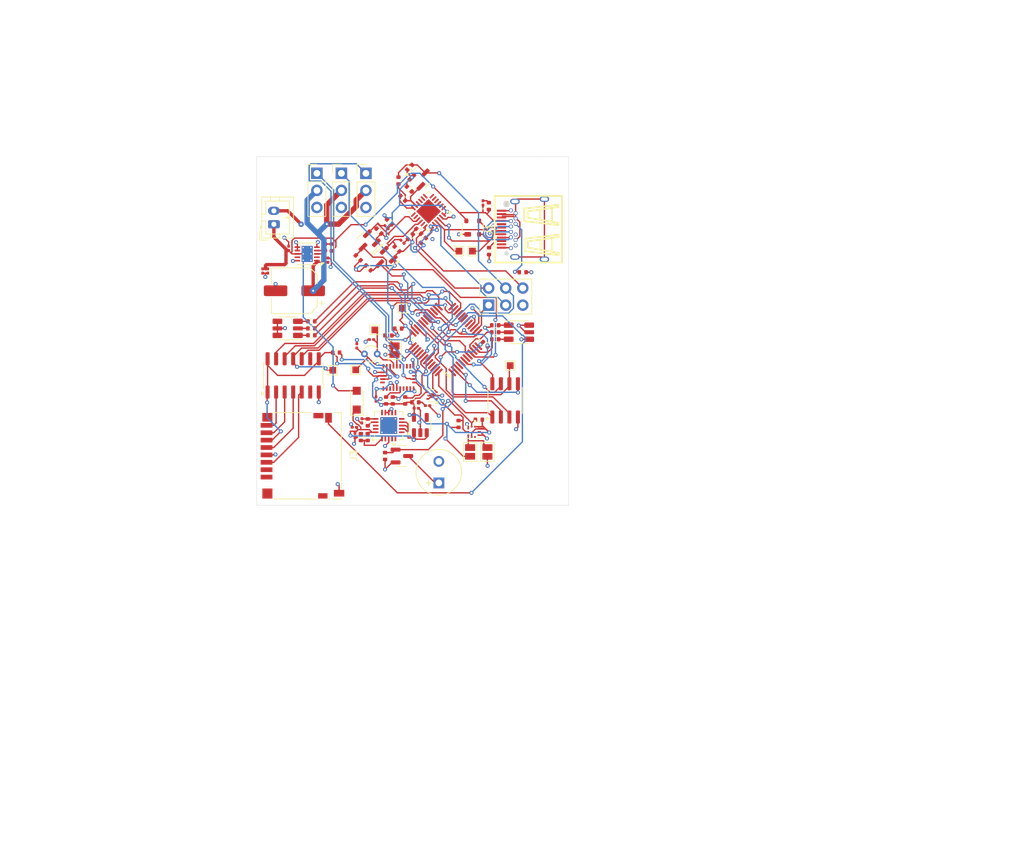
<source format=kicad_pcb>
(kicad_pcb (version 20241229) (generator "pcbnew") (generator_version "9.0")
  (layers (0 "F.Cu" mixed) (4 "In1.Cu" signal) (6 "In2.Cu" signal) (2 "B.Cu" power) (13 "F.Paste" user) (15 "B.Paste" user) (5 "F.SilkS" user "F.Silkscreen") (7 "B.SilkS" user "B.Silkscreen") (1 "F.Mask" user) (3 "B.Mask" user) (25 "Edge.Cuts" user))
  (net 0 "")
  (net 1 "Net-(ADR1-B)")
  (net 2 "GND")
  (net 3 "BATT_IN")
  (net 4 "Net-(U6-XOUT32{slash}CLKSEL1)")
  (net 5 "Net-(U6-XIN32)")
  (net 6 "Net-(L1-Pad1)")
  (net 7 "Net-(D6-K)")
  (net 8 "+3.3V")
  (net 9 "Net-(U6-CAP)")
  (net 10 "Net-(D1-I{slash}O1)")
  (net 11 "Net-(D1-I{slash}O2)")
  (net 12 "Net-(D2-A)")
  (net 13 "Net-(D2-K)")
  (net 14 "Net-(D3-A)")
  (net 15 "Net-(D3-K)")
  (net 16 "Net-(D5-A)")
  (net 17 "Net-(J2-Pin_3)")
  (net 18 "Net-(J2-Pin_2)")
  (net 19 "Net-(J2-Pin_6)")
  (net 20 "UPDI")
  (net 21 "Net-(J3-CMD)")
  (net 22 "Net-(J3-DAT1)")
  (net 23 "Net-(J3-DAT0)")
  (net 24 "CD")
  (net 25 "Net-(J3-CLK)")
  (net 26 "/RX_UPDI")
  (net 27 "TX0")
  (net 28 "RX0")
  (net 29 "Net-(U9-EN)")
  (net 30 "Net-(U9-FB)")
  (net 31 "Net-(U6-~{RST})")
  (net 32 "Net-(U6-ENV_SCL)")
  (net 33 "Net-(U6-ENV_SDA)")
  (net 34 "SDA")
  (net 35 "SCL")
  (net 36 "Net-(U6-~{BOOT})")
  (net 50 "EJEC_SERVO")
  (net 51 "Net-(PORTSIDE_RGB1-RA)")
  (net 52 "PA3{slash}SS")
  (net 53 "PA1{slash}MOSI")
  (net 55 "Net-(PORTSIDE_RGB1-BA)")
  (net 57 "Net-(PORTSIDE_RGB1-GA)")
  (net 61 "D5")
  (net 63 "D6")
  (net 64 "BUZZER")
  (net 66 "WP")
  (net 67 "PA0{slash}MISO")
  (net 69 "D4")
  (net 72 "HOLD")
  (net 73 "Net-(J1-CC1)")
  (net 74 "Net-(STARBOARD_RGB1-BA)")
  (net 75 "D7")
  (net 78 "Net-(STARBOARD_RGB1-RA)")
  (net 81 "Net-(STARBOARD_RGB1-GA)")
  (net 82 "PA2{slash}SCK")
  (net 83 "PORT_SERVO")
  (net 91 "PS1")
  (net 95 "INT")
  (net 96 "PS0{slash}WAKE")
  (net 101 "STAR_BLUE")
  (net 102 "STAR_SERVO")
  (net 103 "STAR_GREEN")
  (net 104 "PORT_GREEN")
  (net 105 "STAR_RED")
  (net 106 "PORT_RED")
  (net 107 "PORT_BLUE")
  (net 109 "Net-(L1-Pad2)")
  (net 111 "+5V")
  (net 115 "Net-(J1-CC2)")
  (net 118 "/TX_UPDI")
  (net 119 "TEMP_SENSOR")
  (net 125 "Net-(BZ1-+)")
  (net 126 "Net-(D7-A)")
  (net 127 "Net-(U9-IN)")
  (net 130 "Net-(JP1-A)")
  (footprint "Jumper:SolderJumper-2_P1.3mm_Bridged2Bar_Pad1.0x1.5mm" (layer "F.Cu") (at 112.9075 112.74 90)
    (property "Reference" "ADR1" (hide yes))
    (property "Value" "~" (hide yes))
  )
  (footprint "Resistor_SMD:R_0402_1005Metric" (layer "F.Cu") (at 117.192785 96.410551 45)
    (property "Reference" "R2" (hide yes))
    (property "Value" "4k7" (hide yes))
  )
  (footprint "TestPoint:TestPoint_Pad_1.0x1.0mm" (layer "F.Cu") (at 124.5 98)
    (property "Reference" "TP1" (hide yes))
    (property "Value" "TestPoint" (hide yes))
  )
  (footprint "Resistor_SMD:R_0402_1005Metric" (layer "F.Cu") (at 100.525 108.45)
    (property "Reference" "R30" (hide yes))
    (property "Value" "220" (hide yes))
  )
  (footprint "Jumper:SolderJumper-2_P1.3mm_Open_Pad1.0x1.5mm" (layer "F.Cu") (at 124.16 127.889998 -90)
    (property "Reference" "JP2" (hide yes))
    (property "Value" "Jumper_2_Small_Open" (hide yes))
  )
  (footprint "Resistor_SMD:R_0402_1005Metric" (layer "F.Cu") (at 126.95 91.299975 -90)
    (property "Reference" "R35" (hide yes))
    (property "Value" "R220" (hide yes))
  )
  (footprint "Connector_PinHeader_2.54mm:PinHeader_1x03_P2.54mm_Vertical" (layer "F.Cu") (at 105 86.42)
    (property "Reference" "J5" (hide yes))
    (property "Value" "PORTSIDE_SERVO" (hide yes))
  )
  (footprint "LED_SMD:LED_0201_0603Metric" (layer "F.Cu") (at 111.700051 94.436511 -45)
    (property "Reference" "D2" (hide yes))
    (property "Value" "LED" (hide yes))
  )
  (footprint "Package_QFP:TQFP-48_7x7mm_P0.5mm" (layer "F.Cu") (at 120.5 111.160551 135)
    (property "Reference" "U2" (hide yes))
    (property "Value" "ATmega4809-A" (hide yes))
  )
  (footprint "Capacitor_SMD:C_0201_0603Metric" (layer "F.Cu") (at 93.28 100.96 -90)
    (property "Reference" "C13" (hide yes))
    (property "Value" "100n" (hide yes))
  )
  (footprint "Package_DFN_QFN:DFN-10-1EP_3x3mm_P0.5mm_EP1.65x2.38mm_ThermalVias" (layer "F.Cu") (at 99.9 98.415 180)
    (property "Reference" "U8" (hide yes))
    (property "Value" "TPS61092" (hide yes))
  )
  (footprint "Package_TO_SOT_SMD:SOT-23" (layer "F.Cu") (at 116.819872 87.023464 45)
    (property "Reference" "Q1" (hide yes))
    (property "Value" "BSS138" (hide yes))
  )
  (footprint "Resistor_SMD:R_0402_1005Metric" (layer "F.Cu") (at 112 110.56 180)
    (property "Reference" "R23" (hide yes))
    (property "Value" "10k" (hide yes))
  )
  (footprint "TestPoint:TestPoint_Pad_1.0x1.0mm" (layer "F.Cu") (at 103.72 115.73 180)
    (property "Reference" "TP3" (hide yes))
    (property "Value" "TestPoint" (hide yes))
  )
  (footprint "Resistor_SMD:R_0402_1005Metric" (layer "F.Cu") (at 114.139376 90.139376 -45)
    (property "Reference" "R5" (hide yes))
    (property "Value" "0" (hide yes))
  )
  (footprint "Connector_PinHeader_2.54mm:PinHeader_1x03_P2.54mm_Vertical" (layer "F.Cu") (at 101.35 86.42)
    (property "Reference" "J4" (hide yes))
    (property "Value" "STARBOARD_SERVO" (hide yes))
  )
  (footprint "Resistor_SMD:R_0402_1005Metric" (layer "F.Cu") (at 113.283409 97.681177 135)
    (property "Reference" "R10" (hide yes))
    (property "Value" "4k7" (hide yes))
  )
  (footprint "TestPoint:TestPoint_Pad_1.0x1.0mm" (layer "F.Cu") (at 130.13 115.04)
    (property "Reference" "TP4" (hide yes))
    (property "Value" "TestPoint" (hide yes))
  )
  (footprint "Resistor_SMD:R_0402_1005Metric" (layer "F.Cu") (at 108.91 125.679999 -90)
    (property "Reference" "R15" (hide yes))
    (property "Value" "100k" (hide yes))
  )
  (footprint "Resistor_SMD:R_0402_1005Metric" (layer "F.Cu") (at 127.895 109.03)
    (property "Reference" "R25" (hide yes))
    (property "Value" "220" (hide yes))
  )
  (footprint "TestPoint:TestPoint_Pad_1.0x1.0mm" (layer "F.Cu") (at 109.975 109.73 90)
    (property "Reference" "TP6" (hide yes))
    (property "Value" "TestPoint" (hide yes))
  )
  (footprint "Capacitor_SMD:C_0201_0603Metric" (layer "F.Cu") (at 94.03 100.955 -90)
    (property "Reference" "C12" (hide yes))
    (property "Value" "4n7" (hide yes))
  )
  (footprint "Package_DFN_QFN:QFN-20-1EP_4x4mm_P0.5mm_EP2.5x2.5mm_ThermalVias" (layer "F.Cu") (at 112.0425 123.97 90)
    (property "Reference" "U9" (hide yes))
    (property "Value" "MPM3610AGQV-P" (hide yes))
  )
  (footprint "Connector_USB:USB-C-SMD_JLC REPLACEMENT" (layer "F.Cu") (at 132.026 94.74 90)
    (property "Reference" "J1")
    (property "Value" "USB_C_Receptacle_USB2.0_16P" (hide yes))
    (fp_poly (pts (xy -3.275 -2.4445) (xy -3.2946 -2.555657) (xy -3.351036 -2.653406) (xy -3.4375 -2.725958) (xy -3.543564 -2.764563) (xy -3.656436 -2.764563) (xy -3.7625 -2.725958) (xy -3.848964 -2.653406) (xy -3.9054 -2.555657) (xy -3.925 -2.4445) (xy -3.9054 -2.333343) (xy -3.848964 -2.235594) (xy -3.7625 -2.163042) (xy -3.656436 -2.124437) (xy -3.543564 -2.124437) (xy -3.4375 -2.163042) (xy -3.351036 -2.235594) (xy -3.2946 -2.333343)) (fill yes) (layer "Edge.Cuts"))
    (fp_poly (pts (xy 4.225 -2.4445) (xy 4.205759 -2.578323) (xy 4.149595 -2.701304) (xy 4.061059 -2.803481) (xy 3.947322 -2.876575) (xy 3.8176 -2.914665) (xy 3.6824 -2.914665) (xy 3.552678 -2.876575) (xy 3.438941 -2.803481) (xy 3.350405 -2.701304) (xy 3.294241 -2.578323) (xy 3.275 -2.4445) (xy 3.294241 -2.310677) (xy 3.350405 -2.187696) (xy 3.438941 -2.085519) (xy 3.552678 -2.012425) (xy 3.6824 -1.974335) (xy 3.8176 -1.974335) (xy 3.947322 -2.012425) (xy 4.061059 -2.085519) (xy 4.149595 -2.187696) (xy 4.205759 -2.310677)) (fill yes) (layer "Edge.Cuts"))
  )
  (footprint "Capacitor_SMD:C_0201_0603Metric" (layer "F.Cu") (at 116.15 121.39)
    (property "Reference" "C6" (hide yes))
    (property "Value" "1u" (hide yes))
  )
  (footprint "Resistor_SMD:R_0402_1005Metric" (layer "F.Cu") (at 115.262785 95.830551 -135)
    (property "Reference" "R3" (hide yes))
    (property "Value" "330" (hide yes))
  )
  (footprint "Capacitor_SMD:C_0201_0603Metric" (layer "F.Cu") (at 103 99.345 90)
    (property "Reference" "C9" (hide yes))
    (property "Value" "2u2" (hide yes))
  )
  (footprint "Package_TO_SOT_SMD:SOT-23" (layer "F.Cu") (at 114 128.5)
    (property "Reference" "Q4" (hide yes))
    (property "Value" "BSS138" (hide yes))
  )
  (footprint "LED_SMD:LED_0201_0603Metric" (layer "F.Cu") (at 126.07 90.829974 90)
    (property "Reference" "D7" (hide yes))
    (property "Value" "LED" (hide yes))
  )
  (footprint "Resistor_SMD:R_0402_1005Metric" (layer "F.Cu") (at 125.46 123.09 180)
    (property "Reference" "R1" (hide yes))
    (property "Value" "4.7kΩ" (hide yes))
  )
  (footprint "Resistor_SMD:R_0402_1005Metric" (layer "F.Cu") (at 104.21 113.1)
    (property "Reference" "R24" (hide yes))
    (property "Value" "10k" (hide yes))
  )
  (footprint "Capacitor_SMD:C_0201_0603Metric" (layer "F.Cu") (at 97.14 97.585 90)
    (property "Reference" "C8" (hide yes))
    (property "Value" "10u" (hide yes))
  )
  (footprint "Resistor_SMD:R_0402_1005Metric" (layer "F.Cu") (at 127.895 110.07)
    (property "Reference" "R26" (hide yes))
    (property "Value" "220" (hide yes))
  )
  (footprint "Resistor_SMD:R_0402_1005Metric" (layer "F.Cu") (at 103.56 97.455 -90)
    (property "Reference" "R33" (hide yes))
    (property "Value" "5m" (hide yes))
  )
  (footprint "Capacitor_SMD:C_0201_0603Metric" (layer "F.Cu") (at 107.29 112.11 90)
    (property "Reference" "C3" (hide yes))
    (property "Value" "22p" (hide yes))
  )
  (footprint "Resistor_SMD:R_0402_1005Metric" (layer "F.Cu") (at 111.5 128.5 -90)
    (property "Reference" "R34" (hide yes))
    (property "Value" "2k2" (hide yes))
  )
  (footprint "Resistor_SMD:R_0402_1005Metric" (layer "F.Cu") (at 122.43 123.73 90)
    (property "Reference" "R36" (hide yes))
    (property "Value" "4.7kΩ" (hide yes))
  )
  (footprint "Inductor_SMD:L_0402_1005Metric" (layer "F.Cu") (at 102.56 97.435001 -90)
    (property "Reference" "L1" (hide yes))
    (property "Value" "6u8" (hide yes))
  )
  (footprint "Capacitor_SMD:C_0201_0603Metric" (layer "F.Cu") (at 110.1475 120.015 -90)
    (property "Reference" "C7" (hide yes))
    (property "Value" "0u1" (hide yes))
  )
  (footprint "Diode_SMD:Nexperia_CFP3_SOD-123W" (layer "F.Cu") (at 107.28 120.1875 90)
    (property "Reference" "D6" (hide yes))
    (property "Value" "PMEG6020ER" (hide yes))
  )
  (footprint "Resistor_SMD:R_0402_1005Metric" (layer "F.Cu") (at 109 100.5 -45)
    (property "Reference" "R13" (hide yes))
    (property "Value" "4k7" (hide yes))
  )
  (footprint "Resistor_SMD:R_0402_1005Metric" (layer "F.Cu") (at 116 120.5)
    (property "Reference" "R17" (hide yes))
    (property "Value" "330R" (hide yes))
  )
  (footprint "Package_LGA:LGA-28_5.2x3.8mm_P0.5mm" (layer "F.Cu") (at 113.5 116.8)
    (property "Reference" "U6" (hide yes))
    (property "Value" "BNO086" (hide yes))
  )
  (footprint "Resistor_SMD:R_0402_1005Metric" (layer "F.Cu") (at 110.58459 95.018107 135)
    (property "Reference" "R9" (hide yes))
    (property "Value" "4k7" (hide yes))
  )
  (footprint "LED_SMD:LED_ROHM_SMLVN6" (layer "F.Cu") (at 131.425 110.07)
    (property "Reference" "STARBOARD_RGB1" (hide yes))
    (property "Value" "SMLVN6RGB" (hide yes))
  )
  (footprint "MountingHole:MountingHole_2.1mm" (layer "F.Cu") (at 95.5 87)
    (property "Reference" "REF**" (hide yes))
    (property "Value" "MountingHole_2.1mm" (hide yes))
  )
  (footprint "Resistor_SMD:R_0402_1005Metric" (layer "F.Cu") (at 131.979999 101.14)
    (property "Reference" "R32" (hide yes))
    (property "Value" "5k1" (hide yes))
  )
  (footprint "Capacitor_SMD:C_0201_0603Metric" (layer "F.Cu") (at 109.485 111.16 180)
    (property "Reference" "C2" (hide yes))
    (property "Value" "22p" (hide yes))
  )
  (footprint "Resistor_SMD:R_0402_1005Metric" (layer "F.Cu") (at 111.6475 120.23 -90)
    (property "Reference" "R18" (hide yes))
    (property "Value" "10k" (hide yes))
  )
  (footprint "Resistor_SMD:R_0402_1005Metric" (layer "F.Cu") (at 126.430624 111.890624 135)
    (property "Reference" "R21" (hide yes))
    (property "Value" "2k2" (hide yes))
  )
  (footprint "Package_TO_SOT_SMD:HVSOF5" (layer "F.Cu") (at 118.500001 119.5 180)
    (property "Reference" "U5" (hide yes))
    (property "Value" "BD1020HFV" (hide yes))
  )
  (footprint "Resistor_SMD:R_0402_1005Metric" (layer "F.Cu") (at 126.97 98 -90)
    (property "Reference" "R31" (hide yes))
    (property "Value" "5k1" (hide yes))
  )
  (footprint "Resistor_SMD:R_0402_1005Metric" (layer "F.Cu") (at 113.450001 109.53)
    (property "Reference" "R22" (hide yes))
    (property "Value" "2k2" (hide yes))
  )
  (footprint "BMP390L:XDCR_BMP390L" (layer "F.Cu") (at 124.64 124.9)
    (property "Reference" "U10" (hide yes))
    (property "Value" "BMP390L" (hide yes))
  )
  (footprint "Package_SO:SOIC-8_3.9x4.9mm_P1.27mm" (layer "F.Cu") (at 129.370192 120.221196 90)
    (property "Reference" "U3" (hide yes))
    (property "Value" "AT25DF641A-SH-T" (hide yes))
  )
  (footprint "LED_SMD:LED_0201_0603Metric" (layer "F.Cu") (at 114.085973 96.602837 -45)
    (property "Reference" "D3" (hide yes))
    (property "Value" "LED" (hide yes))
  )
  (footprint "Resistor_SMD:R_0402_1005Metric" (layer "F.Cu") (at 112.161438 93.653391 -45)
    (property "Reference" "R4" (hide yes))
    (property "Value" "330" (hide yes))
  )
  (footprint "Crystal:Crystal_C26-LF_D2.1mm_L6.5mm_Vertical" (layer "F.Cu") (at 110.33 113.3 180)
    (property "Reference" "Y1" (hide yes))
    (property "Value" "32.768kHz" (hide yes))
  )
  (footprint "Resistor_SMD:R_0402_1005Metric" (layer "F.Cu") (at 113.5 87.5 90)
    (property "Reference" "R8" (hide yes))
    (property "Value" "DNP" (hide yes))
  )
  (footprint "Capacitor_SMD:C_0201_0603Metric" (layer "F.Cu") (at 107.02 125.445 -90)
    (property "Reference" "C11" (hide yes))
    (property "Value" "1u" (hide yes))
  )
  (footprint "Buzzer_Beeper:MagneticBuzzer_Kingstate_KCG0601" (layer "F.Cu") (at 119.5 132.5 90)
    (property "Reference" "BZ1" (hide yes))
    (property "Value" "Buzzer" (hide yes))
  )
  (footprint "Resistor_SMD:R_0402_1005Metric" (layer "F.Cu") (at 100.535 110.53)
    (property "Reference" "R28" (hide yes))
    (property "Value" "220" (hide yes))
  )
  (footprint "Capacitor_SMD:C_0201_0603Metric" (layer "F.Cu") (at 108.04 123.26 -90)
    (property "Reference" "C4" (hide yes))
    (property "Value" "22u" (hide yes))
  )
  (footprint "Resistor_SMD:R_0402_1005Metric" (layer "F.Cu") (at 112.6475 120.23 -90)
    (property "Reference" "R19" (hide yes))
    (property "Value" "4k7" (hide yes))
  )
  (footprint "Resistor_SMD:R_0402_1005Metric" (layer "F.Cu") (at 100.525 109.5)
    (property "Reference" "R29" (hide yes))
    (property "Value" "220" (hide yes))
  )
  (footprint "Resistor_SMD:R_0402_1005Metric" (layer "F.Cu") (at 115.16 85.53 45)
    (property "Reference" "R7" (hide yes))
    (property "Value" "4k7" (hide yes))
  )
  (footprint "Resistor_SMD:R_0402_1005Metric" (layer "F.Cu") (at 108.92 123.49 -90)
    (property "Reference" "R14" (hide yes))
    (property "Value" "100k" (hide yes))
  )
  (footprint "Resistor_SMD:R_0402_1005Metric" (layer "F.Cu") (at 114.5 120.23 -90)
    (property "Reference" "R20" (hide yes))
    (property "Value" "4k7" (hide yes))
  )
  (footprint "Package_TO_SOT_SMD:SOT-23" (layer "F.Cu") (at 108.871625 96.745215 -135)
    (property "Reference" "Q3" (hide yes))
    (property "Value" "BSS138" (hide yes))
  )
  (footprint "Package_SO:SOIC-14_3.9x8.7mm_P1.27mm" (layer "F.Cu") (at 97.82 116.5 90)
    (property "Reference" "U7" (hide yes))
    (property "Value" "TXB0104D" (hide yes))
  )
  (footprint "LED_SMD:LED_0201_0603Metric" (layer "F.Cu") (at 117.82 121 180)
    (property "Reference" "D5" (hide yes))
    (property "Value" "GREEN" (hide yes))
  )
  (footprint "Resistor_SMD:R_0402_1005Metric" (layer "F.Cu") (at 115.102785 88.760551 -45)
    (property "Reference" "R6" (hide yes))
    (property "Value" "4k7" (hide yes))
  )
  (footprint "Resistor_SMD:R_0402_1005Metric" (layer "F.Cu") (at 116.502161 95.039927 -45)
    (property "Reference" "R11" (hide yes))
    (property "Value" "4k7" (hide yes))
  )
  (footprint "Capacitor_SMD:CP_Elec_6.3x5.4" (layer "F.Cu") (at 98 103.9 180)
    (property "Reference" "C10" (hide yes))
    (property "Value" "100u" (hide yes))
  )
  (footprint "TestPoint:TestPoint_Pad_1.0x1.0mm" (layer "F.Cu") (at 107.13 115.67)
    (property "Reference" "TP5" (hide yes))
    (property "Value" "TestPoint" (hide yes))
  )
  (footprint "Package_TO_SOT_SMD:SOT-23-5" (layer "F.Cu") (at 116.75 123.89 90)
    (property "Reference" "U4" (hide yes))
    (property "Value" "AP2112K-3.3" (hide yes))
  )
  (footprint "Resistor_SMD:R_0402_1005Metric" (layer "F.Cu") (at 107.9 125.68 90)
    (property "Reference" "R16" (hide yes))
    (property "Value" "19k1" (hide yes))
  )
  (footprint "TestPoint:TestPoint_Pad_1.0x1.0mm" (layer "F.Cu") (at 122.5 98)
    (property "Reference" "TP2" (hide yes))
    (property "Value" "TestPoint" (hide yes))
  )
  (footprint "LED_SMD:LED_ROHM_SMLVN6" (layer "F.Cu") (at 97 109.5 180)
    (property "Reference" "PORTSIDE_RGB1" (hide yes))
    (property "Value" "SMLVN6RGB" (hide yes))
  )
  (footprint "Connector_PinHeader_2.54mm:PinHeader_1x03_P2.54mm_Vertical" (layer "F.Cu") (at 108.65 86.425)
    (property "Reference" "J7" (hide yes))
    (property "Value" "EJECTION_SERVO" (hide yes))
  )
  (footprint "Package_TO_SOT_SMD:SOT-23" (layer "F.Cu") (at 111.37422 99.208525 -135)
    (property "Reference" "Q2" (hide yes))
    (property "Value" "BSS138" (hide yes))
  )
  (footprint "MountingHole:MountingHole_2.1mm" (layer "F.Cu") (at 131.5 87)
    (property "Reference" "REF**" (hide yes))
    (property "Value" "MountingHole_2.1mm" (hide yes))
  )
  (footprint "Package_DFN_QFN:QFN-24-1EP_4x4mm_P0.5mm_EP2.6x2.6mm" (layer "F.Cu") (at 117.969542 92.077346 -135)
    (property "Reference" "U1" (hide yes))
    (property "Value" "ATSAMD11D14A-M" (hide yes))
  )
  (footprint "Connector_JST:JST_PH_B2B-PH-K_1x02_P2.00mm_Vertical" (layer "F.Cu") (at 94.95 94 90)
    (property "Reference" "J6" (hide yes))
    (property "Value" "Battery In" (hide yes))
  )
  (footprint "MountingHole:MountingHole_2.1mm" (layer "F.Cu") (at 131.45 132.79)
    (property "Reference" "REF**" (hide yes))
    (property "Value" "MountingHole_2.1mm" (hide yes))
  )
  (footprint "Resistor_SMD:R_0402_1005Metric" (layer "F.Cu") (at 107.5 99 135)
    (property "Reference" "R12" (hide yes))
    (property "Value" "4k7" (hide yes))
  )
  (footprint "Connector_Card:microSD_HC_Hirose_DM3D-SF" (layer "F.Cu") (at 99.205 128.46 -90)
    (property "Reference" "J3")
    (property "Value" "Micro_SD_Card_Det1")
  )
  (footprint "Package_TO_SOT_SMD:SOT-143" (layer "F.Cu") (at 124.55 94.5 90)
    (property "Reference" "D1" (hide yes))
    (property "Value" "PRTR5V0U2X" (hide yes))
  )
  (footprint "TestPoint:TestPoint_Pad_1.0x1.0mm" (layer "F.Cu") (at 114.067215 106.5)
    (property "Reference" "TP7" (hide yes))
    (property "Value" "TestPoint" (hide yes))
  )
  (footprint "Resistor_SMD:R_0402_1005Metric" (layer "F.Cu") (at 127.895 111.12)
    (property "Reference" "R27" (hide yes))
    (property "Value" "220" (hide yes))
  )
  (footprint "Capacitor_SMD:C_0201_0603Metric" (layer "F.Cu") (at 106.935 124.22 180)
    (property "Reference" "C5" (hide yes))
    (property "Value" "22u" (hide yes))
  )
  (footprint "Jumper:SolderJumper-2_P1.3mm_Open_Pad1.0x1.5mm" (layer "F.Cu") (at 126.73 127.889999 -90)
    (property "Reference" "JP1" (hide yes))
    (property "Value" "Jumper_2_Small_Open" (hide yes))
  )
  (footprint "Connector_PinHeader_2.54mm:PinHeader_2x03_P2.54mm_Vertical" (layer "F.Cu") (at 126.92 106.04 90)
    (property "Reference" "J2" (hide yes))
    (property "Value" "Conn_02x03_Pin" (hide yes))
  )
  (gr_line (start 134.652785 83.970551) (end 92.382785 83.970551) (stroke (width 0.05)) (layer "Edge.Cuts"))
  (gr_line (start 134.652785 83.970551) (end 138.82 83.970551) (stroke (width 0.05)) (layer "Edge.Cuts"))
  (gr_line (start 138.82 83.970551) (end 138.82 135.840551) (stroke (width 0.05)) (layer "Edge.Cuts"))
  (gr_line (start 92.382785 135.840551) (end 134.652785 135.840551) (stroke (width 0.05)) (layer "Edge.Cuts"))
  (gr_line (start 92.382785 83.970551) (end 92.382785 135.840551) (stroke (width 0.05)) (layer "Edge.Cuts"))
  (gr_line (start 134.652785 135.840551) (end 138.82 135.840551) (stroke (width 0.05)) (layer "Edge.Cuts"))
  (segment (start 131.1915 90.25) (end 130.8315 90.61) (width 0.2) (layer "F.Cu") (net 0))
  (segment (start 130.7015 92.57) (end 130.9315 92.34) (width 0.2) (layer "F.Cu") (net 0))
  (segment (start 135.2215 99.23) (end 135.2215 90.25) (width 0.2) (layer "F.Cu") (net 0))
  (segment (start 128.9815 92.84) (end 128.8305 92.991) (width 0.2) (layer "F.Cu") (net 0))
  (segment (start 128.8305 92.4905) (end 128.91 92.57) (width 0.2) (layer "F.Cu") (net 0))
  (segment (start 131.023869 96.34) (end 131.5625 95.801369) (width 0.2) (layer "F.Cu") (net 0))
  (segment (start 135.2215 90.25) (end 131.1915 90.25) (width 0.2) (layer "F.Cu") (net 0))
  (segment (start 130.9315 93.14) (end 130.6315 92.84) (width 0.2) (layer "F.Cu") (net 0))
  (segment (start 131.5625 95.801369) (end 131.5625 93.678631) (width 0.2) (layer "F.Cu") (net 0))
  (segment (start 131.023869 93.14) (end 130.9315 93.14) (width 0.2) (layer "F.Cu") (net 0))
  (segment (start 130.9315 90.71) (end 130.9315 93.14) (width 0.2) (layer "F.Cu") (net 0))
  (segment (start 130.8315 90.61) (end 130.9315 90.71) (width 0.2) (layer "F.Cu") (net 0))
  (segment (start 130.6315 92.84) (end 128.9815 92.84) (width 0.2) (layer "F.Cu") (net 0))
  (segment (start 130.8315 98.87) (end 134.8615 98.87) (width 0.2) (layer "F.Cu") (net 0))
  (segment (start 130.9315 96.34) (end 131.023869 96.34) (width 0.2) (layer "F.Cu") (net 0))
  (segment (start 134.8615 98.87) (end 135.2215 99.23) (width 0.2) (layer "F.Cu") (net 0))
  (segment (start 128.91 92.57) (end 130.7015 92.57) (width 0.2) (layer "F.Cu") (net 0))
  (segment (start 131.5625 93.678631) (end 131.023869 93.14) (width 0.2) (layer "F.Cu") (net 0))
  (segment (start 114.23 116.48) (end 114.727 116.977) (width 0.2) (layer "F.Cu") (net 1))
  (segment (start 114.727 116.977) (end 115.25 116.977) (width 0.2) (layer "F.Cu") (net 1))
  (segment (start 115.25 116.977) (end 115.323 117.05) (width 0.2) (layer "F.Cu") (net 1))
  (segment (start 111.49 112.09) (end 112.9075 112.09) (width 0.2) (layer "F.Cu") (net 1))
  (segment (start 112.9075 111.9775) (end 111.49 110.56) (width 0.2) (layer "F.Cu") (net 1))
  (segment (start 115.323 117.05) (end 115.8875 117.05) (width 0.2) (layer "F.Cu") (net 1))
  (via (at 111.49 112.09) (size 0.6) (drill 0.3) (layers "F.Cu" "B.Cu") (net 1))
  (via (at 114.23 116.48) (size 0.6) (drill 0.3) (layers "F.Cu" "B.Cu") (net 1))
  (segment (start 111.49 112.178529) (end 111.49 112.09) (width 0.2) (layer "B.Cu") (net 1))
  (segment (start 114.23 116.48) (end 114.23 114.918529) (width 0.2) (layer "B.Cu") (net 1))
  (segment (start 114.23 114.918529) (end 111.49 112.178529) (width 0.2) (layer "B.Cu") (net 1))
  (segment (start 112.0425 126.4575) (end 112.0425 125.907499) (width 0.2) (layer "F.Cu") (net 2))
  (segment (start 95.475 108.45) (end 95.475 110.55) (width 0.2) (layer "F.Cu") (net 2))
  (segment (start 103.5 99.325001) (end 103.5 100.25) (width 0.2) (layer "F.Cu") (net 2))
  (segment (start 127 98.539999) (end 126.97 98.509999) (width 0.2) (layer "F.Cu") (net 2))
  (segment (start 101.63 120.49) (end 101.63 118.975) (width 0.2) (layer "F.Cu") (net 2))
  (segment (start 113.0625 129.45) (end 112.55 129.45) (width 0.2) (layer "F.Cu") (net 2))
  (segment (start 95.2 102.89) (end 95.2 103.9) (width 0.5) (layer "F.Cu") (net 2))
  (segment (start 120.171744 93.218888) (end 119.869891 92.917036) (width 0.2) (layer "F.Cu") (net 2))
  (segment (start 116.687519 107.142481) (end 116.37 107.46) (width 0.2) (layer "F.Cu") (net 2))
  (segment (start 98.45 97.915) (end 98.45 97.415) (width 0.2) (layer "F.Cu") (net 2))
  (segment (start 128.8305 97.4895) (end 130.181 97.4895) (width 0.2) (layer "F.Cu") (net 2))
  (segment (start 121.688001 92.866731) (end 121.57437 92.980362) (width 0.2) (layer "F.Cu") (net 2))
  (segment (start 93.67 101.28) (end 94.025 101.28) (width 0.2) (layer "F.Cu") (net 2))
  (segment (start 123.8775 124.4) (end 123.8775 123.91505) (width 0.2) (layer "F.Cu") (net 2))
  (segment (start 116.75 123.39) (end 116.75 121.67) (width 0.2) (layer "F.Cu") (net 2))
  (segment (start 125.450545 107.441798) (end 125.450545 108.68488) (width 0.2) (layer "F.Cu") (net 2))
  (segment (start 118.14 121.14) (end 119.5 122.5) (width 0.2) (layer "F.Cu") (net 2))
  (segment (start 124.502415 106.493668) (end 125.450545 107.441798) (width 0.2) (layer "F.Cu") (net 2))
  (segment (start 107.29 111.79) (end 107.29 111.25) (width 0.2) (layer "F.Cu") (net 2))
  (segment (start 104.655 132.895) (end 104.45 132.69) (width 0.2) (layer "F.Cu") (net 2))
  (segment (start 118.000002 119.999999) (end 118.500001 119.5) (width 0.2) (layer "F.Cu") (net 2))
  (segment (start 127 99.5) (end 127 98.539999) (width 0.2) (layer "F.Cu") (net 2))
  (segment (start 123.8775 123.91505) (end 123.7 123.73755) (width 0.2) (layer "F.Cu") (net 2))
  (segment (start 111.921046 122.0325) (end 112.443578 121.509968) (width 0.2) (layer "F.Cu") (net 2))
  (segment (start 118.086998 107.686889) (end 117.54259 107.142481) (width 0.2) (layer "F.Cu") (net 2))
  (segment (start 109.165 111.16) (end 108.934999 111.16) (width 0.2) (layer "F.Cu") (net 2))
  (segment (start 93.28 101.28) (end 93.67 101.28) (width 0.2) (layer "F.Cu") (net 2))
  (segment (start 111.57 113.39) (end 111.544975 113.415025) (width 0.2) (layer "F.Cu") (net 2))
  (segment (start 132.489998 101.14) (end 133.26 101.14) (width 0.2) (layer "F.Cu") (net 2))
  (segment (start 94.95 91.999999) (end 96.999999 91.999999) (width 0.5) (layer "F.Cu") (net 2))
  (segment (start 97.835 99.415) (end 97.78 99.47) (width 0.2) (layer "F.Cu") (net 2))
  (segment (start 132.95 109.02) (end 131.45 109.02) (width 0.2) (layer "F.Cu") (net 2))
  (segment (start 112.5425 122.0325) (end 112.5425 121.60889) (width 0.2) (layer "F.Cu") (net 2))
  (segment (start 126.662239 125.886924) (end 125.675315 124.9) (width 0.2) (layer "F.Cu") (net 2))
  (segment (start 118.813342 113.200763) (end 117.733445 114.28066) (width 0.2) (layer "F.Cu") (net 2))
  (segment (start 118.14 121) (end 118.14 121.14) (width 0.2) (layer "F.Cu") (net 2))
  (segment (start 132.95 111.12) (end 131.8 111.12) (width 0.2) (layer "F.Cu") (net 2))
  (segment (start 107.305001 125.765) (end 107.9 125.170001) (width 0.2) (layer "F.Cu") (net 2))
  (segment (start 111.5 127) (end 112.0425 126.4575) (width 0.2) (layer "F.Cu") (net 2))
  (segment (start 110.682499 120) (end 110.347499 120.335) (width 0.2) (layer "F.Cu") (net 2))
  (segment (start 93.855 128.335) (end 95.115 128.335) (width 0.2) (layer "F.Cu") (net 2))
  (segment (start 93.67 101.28) (end 93.67 101.84) (width 0.2) (layer "F.Cu") (net 2))
  (segment (start 117.54259 107.142481) (end 116.687519 107.142481) (width 0.2) (layer "F.Cu") (net 2))
  (segment (start 110.347499 120.335) (end 110.1475 120.335) (width 0.2) (layer "F.Cu") (net 2))
  (segment (start 113.25 118.6625) (end 113.25 117.5) (width 0.2) (layer "F.Cu") (net 2))
  (segment (start 96.57 109.5) (end 96.6 109.47) (width 0.2) (layer "F.Cu") (net 2))
  (segment (start 111.5 129.009999) (end 111.5 130.5) (width 0.2) (layer "F.Cu") (net 2))
  (segment (start 126.73 128.539998) (end 126.73 129.93) (width 0.2) (layer "F.Cu") (net 2))
  (segment (start 107.02 125.765) (end 107.305001 125.765) (width 0.2) (layer "F.Cu") (net 2))
  (segment (start 118.500001 119.5) (end 120 119.5) (width 0.2) (layer "F.Cu") (net 2))
  (segment (start 125.675315 124.9) (end 125.4025 124.9) (width 0.2) (layer "F.Cu") (net 2))
  (segment (start 107.881544 123.58) (end 108.04 123.58) (width 0.2) (layer "F.Cu") (net 2))
  (segment (start 106.615 123.942891) (end 106.443943 123.771834) (width 0.2) (layer "F.Cu") (net 2))
  (segment (start 112.55 129.45) (end 111.5 130.5) (width 0.2) (layer "F.Cu") (net 2))
  (segment (start 131.275192 124.224808) (end 131 124.5) (width 0.2) (layer "F.Cu") (net 2))
  (segment (start 125.450545 108.68488) (end 124.680769 109.454656) (width 0.2) (layer "F.Cu") (net 2))
  (segment (start 112.0425 121.911046) (end 112.443578 121.509968) (width 0.2) (layer "F.Cu") (net 2))
  (segment (start 111.5425 122.0325) (end 111.921046 122.0325) (width 0.2) (layer "F.Cu") (net 2))
  (segment (start 110.05 116.05) (end 110 116) (width 0.2) (layer "F.Cu") (net 2))
  (segment (start 107.54 123.08) (end 107.54 123.238456) (width 0.2) (layer "F.Cu") (net 2))
  (segment (start 120.640325 93.218889) (end 120.171744 93.218888) (width 0.2) (layer "F.Cu") (net 2))
  (segment (start 107.340001 122.970834) (end 107.430834 122.970834) (width 0.2) (layer "F.Cu") (net 2))
  (segment (start 102.098051 98.415) (end 102.708051 99.025) (width 0.2) (layer "F.Cu") (net 2))
  (segment (start 112.5425 121.60889) (end 112.443578 121.509968) (width 0.2) (layer "F.Cu") (net 2))
  (segment (start 117.825001 119.999999) (end 118.000002 119.999999) (width 0.2) (layer "F.Cu") (net 2))
  (segment (start 103 99.025) (end 103.199999 99.025) (width 0.2) (layer "F.Cu") (net 2))
  (segment (start 101.35 98.415) (end 102.098051 98.415) (width 0.2) (layer "F.Cu") (net 2))
  (segment (start 121.57437 92.980362) (end 120.878852 92.980362) (width 0.2) (layer "F.Cu") (net 2))
  (segment (start 101.35 97.415) (end 101.35 96.805) (width 0.2) (layer "F.Cu") (net 2))
  (segment (start 103.199999 99.025) (end 103.5 99.325001) (width 0.2) (layer "F.Cu") (net 2))
  (segment (start 104.655 134.035) (end 104.655 132.895) (width 0.2) (layer "F.Cu") (net 2))
  (segment (start 116.75 123.39) (end 116.75 125.0275) (width 0.2) (layer "F.Cu") (net 2))
  (segment (start 131.8 111.12) (end 131.79 111.13) (width 0.2) (layer "F.Cu") (net 2))
  (segment (start 118.813342 112.090188) (end 118.813342 113.200763) (width 0.2) (layer "F.Cu") (net 2))
  (segment (start 98.45 96.865) (end 98.25 96.665) (width 0.2) (layer "F.Cu") (net 2))
  (segment (start 123.8 95.5) (end 122.5 95.5) (width 0.2) (layer "F.Cu") (net 2))
  (segment (start 107.430834 122.970834) (end 107.54 123.08) (width 0.2) (layer "F.Cu") (net 2))
  (segment (start 107.02 126.54) (end 106.88 126.68) (width 0.2) (layer "F.Cu") (net 2))
  (segment (start 130.181 97.4895) (end 130.2315 97.54) (width 0.2) (layer "F.Cu") (net 2))
  (segment (start 131.45 109.02) (end 131.4 109.07) (width 0.2) (layer "F.Cu") (net 2))
  (segment (start 126.73 129.93) (end 126.76 129.96) (width 0.2) (layer "F.Cu") (net 2))
  (segment (start 95.115 128.335) (end 95.18 128.27) (width 0.2) (layer "F.Cu") (net 2))
  (segment (start 110.827501 120) (end 110.682499 120) (width 0.2) (layer "F.Cu") (net 2))
  (segment (start 120.878852 92.980362) (end 120.640325 93.218889) (width 0.2) (layer "F.Cu") (net 2))
  (segment (start 96.999999 91.999999) (end 99 94) (width 0.5) (layer "F.Cu") (net 2))
  (segment (start 102.708051 99.025) (end 103 99.025) (width 0.2) (layer "F.Cu") (net 2))
  (segment (start 98.45 99.415) (end 97.835 99.415) (width 0.2) (layer "F.Cu") (net 2))
  (segment (start 108.934999 111.16) (end 108.605 111.49) (width 0.2) (layer "F.Cu") (net 2))
  (segment (start 103.5 100.25) (end 103.392892 100.357108) (width 0.2) (layer "F.Cu") (net 2))
  (segment (start 126.662239 125.886924) (end 126.175315 125.4) (width 0.2) (layer "F.Cu") (net 2))
  (segment (start 128.8305 91.99) (end 130.1815 91.99) (width 0.2) (layer "F.Cu") (net 2))
  (segment (start 113.25 113.7325) (end 113.25 115.1375) (width 0.2) (layer "F.Cu") (net 2))
  (segment (start 97.14 96.64) (end 96.5 96) (width 0.2) (layer "F.Cu") (net 2))
  (segment (start 98.45 97.414999) (end 98.45 96.865) (width 0.2) (layer "F.Cu") (net 2))
  (segment (start 101.35 96.805) (end 101.49 96.665) (width 0.2) (layer "F.Cu") (net 2))
  (segment (start 131.275192 122.696196) (end 131.275192 124.224808) (width 0.2) (layer "F.Cu") (net 2))
  (segment (start 132.4 110.07) (end 131.4 109.07) (width 0.2) (layer "F.Cu") (net 2))
  (segment (start 106.615 124.22) (end 106.615 123.942891) (width 0.2) (layer "F.Cu") (net 2))
  (segment (start 107.54 123.238456) (end 107.881544 123.58) (width 0.2) (layer "F.Cu") (net 2))
  (segment (start 126.175315 125.4) (end 125.4025 125.4) (width 0.2) (layer "F.Cu") (net 2))
  (segment (start 130.1815 91.99) (end 130.2315 91.94) (width 0.2) (layer "F.Cu") (net 2))
  (segment (start 112.9075 113.39) (end 111.57 113.39) (width 0.2) (layer "F.Cu") (net 2))
  (segment (start 95.475 109.5) (end 96.57 109.5) (width 0.2) (layer "F.Cu") (net 2))
  (segment (start 111.1125 116.05) (end 110.05 116.05) (width 0.2) (layer "F.Cu") (net 2))
  (segment (start 107.02 125.765) (end 107.02 126.54) (width 0.2) (layer "F.Cu") (net 2))
  (segment (start 116.75 121.67) (end 116.47 121.39) (width 0.2) (layer "F.Cu") (net 2))
  (segment (start 97.14 97.265) (end 97.14 96.64) (width 0.2) (layer "F.Cu") (net 2))
  (via (at 106.88 126.68) (size 0.6) (drill 0.3) (layers "F.Cu" "B.Cu") (net 2))
  (via (at 95.2 102.89) (size 0.6) (drill 0.3) (layers "F.Cu" "B.Cu") (net 2))
  (via (at 121.688001 92.866731) (size 0.6) (drill 0.3) (layers "F.Cu" "B.Cu") (net 2))
  (via (at 101.63 120.49) (size 0.6) (drill 0.3) (layers "F.Cu" "B.Cu") (net 2))
  (via (at 110 116) (size 0.6) (drill 0.3) (layers "F.Cu" "B.Cu") (net 2))
  (via (at 108.605 111.49) (size 0.6) (drill 0.3) (layers "F.Cu" "B.Cu") (net 2))
  (via (at 101.49 96.665) (size 0.6) (drill 0.3) (layers "F.Cu" "B.Cu") (net 2))
  (via (at 131.4 109.07) (size 0.6) (drill 0.3) (layers "F.Cu" "B.Cu") (net 2))
  (via (at 95.18 128.27) (size 0.6) (drill 0.3) (layers "F.Cu" "B.Cu") (net 2))
  (via (at 120 119.5) (size 0.6) (drill 0.3) (layers "F.Cu" "B.Cu") (net 2))
  (via (at 107.31 111.23) (size 0.6) (drill 0.3) (layers "F.Cu" "B.Cu") (net 2))
  (via (at 111.5 127) (size 0.6) (drill 0.3) (layers "F.Cu" "B.Cu") (net 2))
  (via (at 131.79 111.13) (size 0.6) (drill 0.3) (layers "F.Cu" "B.Cu") (net 2))
  (via (at 116.37 107.46) (size 0.6) (drill 0.3) (layers "F.Cu" "B.Cu") (net 2))
  (via (at 122.5 95.5) (size 0.6) (drill 0.3) (layers "F.Cu" "B.Cu") (net 2))
  (via (at 123.7 123.73755) (size 0.6) (drill 0.3) (layers "F.Cu" "B.Cu") (net 2))
  (via (at 111.544975 113.415025) (size 0.6) (drill 0.3) (layers "F.Cu" "B.Cu") (net 2))
  (via (at 96.5 96) (size 0.6) (drill 0.3) (layers "F.Cu" "B.Cu") (net 2))
  (via (at 133.26 101.14) (size 0.6) (drill 0.3) (layers "F.Cu" "B.Cu") (net 2))
  (via (at 112.443578 121.509968) (size 0.6) (drill 0.3) (layers "F.Cu" "B.Cu") (net 2))
  (via (at 103.392892 100.357108) (size 0.6) (drill 0.3) (layers "F.Cu" "B.Cu") (net 2))
  (via (at 119.5 122.5) (size 0.6) (drill 0.3) (layers "F.Cu" "B.Cu") (net 2))
  (via (at 118.552785 96.210551) (size 0.6) (drill 0.3) (layers "F.Cu" "B.Cu") (net 2))
  (via (at 131 124.5) (size 0.6) (drill 0.3) (layers "F.Cu" "B.Cu") (net 2))
  (via (at 104.45 132.69) (size 0.6) (drill 0.3) (layers "F.Cu" "B.Cu") (net 2))
  (via (at 98.25 96.665) (size 0.6) (drill 0.3) (layers "F.Cu" "B.Cu") (net 2))
  (via (at 118.813342 112.090188) (size 0.6) (drill 0.3) (layers "F.Cu" "B.Cu") (net 2))
  (via (at 126.76 129.96) (size 0.6) (drill 0.3) (layers "F.Cu" "B.Cu") (net 2))
  (via (at 124.502415 106.493668) (size 0.6) (drill 0.3) (layers "F.Cu" "B.Cu") (net 2))
  (via (at 99 94) (size 0.8) (drill 0.3) (layers "F.Cu" "B.Cu") (net 2))
  (via (at 107.340001 122.970834) (size 0.6) (drill 0.3) (layers "F.Cu" "B.Cu") (net 2))
  (via (at 127 99.5) (size 0.6) (drill 0.3) (layers "F.Cu" "B.Cu") (net 2))
  (via (at 111.5 130.5) (size 0.6) (drill 0.3) (layers "F.Cu" "B.Cu") (net 2))
  (via (at 126.662239 125.886924) (size 0.6) (drill 0.3) (layers "F.Cu" "B.Cu") (net 2))
  (via (at 93.67 101.84) (size 0.6) (drill 0.3) (layers "F.Cu" "B.Cu") (net 2))
  (via (at 116.6 123.5) (size 0.6) (drill 0.3) (layers "F.Cu" "B.Cu") (net 2))
  (via (at 97.78 99.47) (size 0.6) (drill 0.3) (layers "F.Cu" "B.Cu") (net 2))
  (via (at 110.827501 120) (size 0.6) (drill 0.3) (layers "F.Cu" "B.Cu") (net 2))
  (via (at 96.6 109.47) (size 0.6) (drill 0.3) (layers "F.Cu" "B.Cu") (net 2))
  (via (at 106.443943 123.771834) (size 0.6) (drill 0.3) (layers "F.Cu" "B.Cu") (net 2))
  (via (at 113.25 117.5) (size 0.6) (drill 0.3) (layers "F.Cu" "B.Cu") (net 2))
  (segment (start 104.537501 118.787501) (end 103.76 118.01) (width 0.2) (layer "F.Cu") (net 3))
  (segment (start 96.940001 97.905) (end 97.14 97.905) (width 0.2) (layer "F.Cu") (net 3))
  (segment (start 126.07 92.171116) (end 126.17 92.271116) (width 0.2) (layer "F.Cu") (net 3))
  (segment (start 97.65 96.673529) (end 97.64 96.683529) (width 0.2) (layer "F.Cu") (net 3))
  (segment (start 123.6 93.5) (end 123.6 93.33) (width 0.2) (layer "F.Cu") (net 3))
  (segment (start 126.17 92.271116) (end 126.444595 92.271116) (width 0.2) (layer "F.Cu") (net 3))
  (segment (start 103.618923 96.065) (end 98.001471 96.065) (width 0.2) (layer "F.Cu") (net 3))
  (segment (start 104.18 96.626077) (end 103.618923 96.065) (width 0.2) (layer "F.Cu") (net 3))
  (segment (start 130.181 95.9905) (end 130.2315 95.94) (width 0.2) (layer "F.Cu") (net 3))
  (segment (start 97.65 96.416471) (end 97.65 96.673529) (width 0.2) (layer "F.Cu") (net 3))
  (segment (start 126.07 91.149974) (end 126.07 92.171116) (width 0.2) (layer "F.Cu") (net 3))
  (segment (start 122.541116 92.271116) (end 126.17 92.271116) (width 0.2) (layer "F.Cu") (net 3))
  (segment (start 93.7 100.17) (end 93.7 100.62) (width 0.5) (layer "F.Cu") (net 3))
  (segment (start 122.541116 92.271116) (end 118.66 88.39) (width 0.2) (layer "F.Cu") (net 3))
  (segment (start 94.95 94) (end 94.95 95.914999) (width 0.5) (layer "F.Cu") (net 3))
  (segment (start 93.68 100.64) (end 94.025 100.64) (width 0.2) (layer "F.Cu") (net 3))
  (segment (start 93.86 100.01) (end 93.7 100.17) (width 0.5) (layer "F.Cu") (net 3))
  (segment (start 107.28 118.787501) (end 104.537501 118.787501) (width 0.2) (layer "F.Cu") (net 3))
  (segment (start 97.65 98.415) (end 97.4975 98.2625) (width 0.2) (layer "F.Cu") (net 3))
  (segment (start 128.8305 93.49) (end 130.1815 93.49) (width 0.2) (layer "F.Cu") (net 3))
  (segment (start 128.8305 93.49) (end 127.663479 93.49) (width 0.2) (layer "F.Cu") (net 3))
  (segment (start 126.95 92.159974) (end 126.641726 92.468248) (width 0.2) (layer "F.Cu") (net 3))
  (segment (start 93.28 100.64) (end 93.68 100.64) (width 0.2) (layer "F.Cu") (net 3))
  (segment (start 98.001471 96.065) (end 97.65 96.416471) (width 0.2) (layer "F.Cu") (net 3))
  (segment (start 93.7 100.62) (end 93.68 100.64) (width 0.2) (layer "F.Cu") (net 3))
  (segment (start 98.45 98.415) (end 97.65 98.415) (width 0.2) (layer "F.Cu") (net 3))
  (segment (start 126.444595 92.271116) (end 126.641726 92.468248) (width 0.2) (layer "F.Cu") (net 3))
  (segment (start 127.663479 93.49) (end 127.278452 93.104973) (width 0.2) (layer "F.Cu") (net 3))
  (segment (start 96.75 97.975) (end 96.75 99.81) (width 0.5) (layer "F.Cu") (net 3))
  (segment (start 103.56 97.964999) (end 104.18 97.344999) (width 0.2) (layer "F.Cu") (net 3))
  (segment (start 104.18 97.344999) (end 104.18 96.626077) (width 0.2) (layer "F.Cu") (net 3))
  (segment (start 130.1815 93.49) (end 130.2315 93.54) (width 0.2) (layer "F.Cu") (net 3))
  (segment (start 108.589265 94.060735) (end 106.449264 94.060735) (width 0.2) (layer "F.Cu") (net 3))
  (segment (start 126.641726 92.468248) (end 127.278452 93.104973) (width 0.2) (layer "F.Cu") (net 3))
  (segment (start 96.68 97.905) (end 96.75 97.975) (width 0.2) (layer "F.Cu") (net 3))
  (segment (start 123.6 93.33) (end 122.541116 92.271116) (width 0.2) (layer "F.Cu") (net 3))
  (segment (start 94.95 95.914999) (end 96.940001 97.905) (width 0.5) (layer "F.Cu") (net 3))
  (segment (start 97.4975 98.2625) (end 97.14 97.905) (width 0.2) (layer "F.Cu") (net 3))
  (segment (start 96.55 100.01) (end 93.86 100.01) (width 0.5) (layer "F.Cu") (net 3))
  (segment (start 96.68 97.905) (end 97.14 97.905) (width 0.2) (layer "F.Cu") (net 3))
  (segment (start 128.8305 95.9905) (end 130.181 95.9905) (width 0.2) (layer "F.Cu") (net 3))
  (segment (start 126.95 91.809974) (end 126.95 92.159974) (width 0.2) (layer "F.Cu") (net 3))
  (segment (start 106.449264 94.060735) (end 104.18 96.329999) (width 0.2) (layer "F.Cu") (net 3))
  (segment (start 96.75 99.81) (end 96.55 100.01) (width 0.5) (layer "F.Cu") (net 3))
  (segment (start 104.18 96.329999) (end 104.18 96.626077) (width 0.2) (layer "F.Cu") (net 3))
  (segment (start 97.64 98.12) (end 97.4975 98.2625) (width 0.2) (layer "F.Cu") (net 3))
  (segment (start 99.325 98.415) (end 98.45 98.415) (width 0.2) (layer "F.Cu") (net 3))
  (segment (start 97.64 96.683529) (end 97.64 98.12) (width 0.2) (layer "F.Cu") (net 3))
  (via (at 103.76 118.01) (size 0.6) (drill 0.3) (layers "F.Cu" "B.Cu") (net 3))
  (via (at 108.589265 94.060735) (size 0.6) (drill 0.3) (layers "F.Cu" "B.Cu") (net 3))
  (via (at 118.66 88.39) (size 0.6) (drill 0.3) (layers "F.Cu" "B.Cu") (net 3))
  (segment (start 116.684625 86.414625) (end 115.236679 86.414625) (width 0.2) (layer "B.Cu") (net 3))
  (segment (start 126.151 94.850585) (end 127.461585 93.54) (width 0.2) (layer "B.Cu") (net 3))
  (segment (start 130.2315 95.94) (end 129.8825 96.289) (width 0.2) (layer "B.Cu") (net 3))
  (segment (start 126.151 95.744805) (end 126.151 94.850585) (width 0.2) (layer "B.Cu") (net 3))
  (segment (start 99.325 107.825) (end 99.325 99.355) (width 0.2) (layer "B.Cu") (net 3))
  (segment (start 118.66 88.39) (end 116.684625 86.414625) (width 0.2) (layer "B.Cu") (net 3))
  (segment (start 127.461585 93.54) (end 130.2315 93.54) (width 0.2) (layer "B.Cu") (net 3))
  (segment (start 103.76 118.01) (end 103.76 112.26) (width 0.2) (layer "B.Cu") (net 3))
  (segment (start 126.695195 96.289) (end 126.151 95.744805) (width 0.2) (layer "B.Cu") (net 3))
  (segment (start 103.76 112.26) (end 99.325 107.825) (width 0.2) (layer "B.Cu") (net 3))
  (segment (start 115.236679 86.414625) (end 113.337256 88.314048) (width 0.2) (layer "B.Cu") (net 3))
  (segment (start 129.8825 96.289) (end 126.695195 96.289) (width 0.2) (layer "B.Cu") (net 3))
  (segment (start 113.337256 88.314048) (end 113.337256 89.312744) (width 0.2) (layer "B.Cu") (net 3))
  (segment (start 113.337256 89.312744) (end 108.589265 94.060735) (width 0.2) (layer "B.Cu") (net 3))
  (segment (start 110.33 113.3) (end 110.33 111.685) (width 0.2) (layer "F.Cu") (net 4))
  (segment (start 111.22 114.19) (end 112.233 114.19) (width 0.2) (layer "F.Cu") (net 4))
  (segment (start 110.33 111.685) (end 110.33 110.085) (width 0.2) (layer "F.Cu") (net 4))
  (segment (start 112.233 114.19) (end 112.75 114.707) (width 0.2) (layer "F.Cu") (net 4))
  (segment (start 112.75 114.707) (end 112.75 115.1375) (width 0.2) (layer "F.Cu") (net 4))
  (segment (start 110.33 111.685) (end 109.805 111.16) (width 0.2) (layer "F.Cu") (net 4))
  (segment (start 110.33 110.085) (end 109.975 109.73) (width 0.2) (layer "F.Cu") (net 4))
  (segment (start 110.33 113.3) (end 111.22 114.19) (width 0.2) (layer "F.Cu") (net 4))
  (segment (start 110.35793 114.8) (end 109.93 114.8) (width 0.2) (layer "F.Cu") (net 5))
  (segment (start 108.43 113.3) (end 108.16 113.3) (width 0.2) (layer "F.Cu") (net 5))
  (segment (start 109.045 113.915) (end 108.43 113.3) (width 0.2) (layer "F.Cu") (net 5))
  (segment (start 108.885 113.915) (end 109.045 113.915) (width 0.2) (layer "F.Cu") (net 5))
  (segment (start 112.25 115.1375) (end 112.25 115.59853) (width 0.2) (layer "F.Cu") (net 5))
  (segment (start 107.13 115.67) (end 108.885 113.915) (width 0.2) (layer "F.Cu") (net 5))
  (segment (start 109.93 114.8) (end 109.045 113.915) (width 0.2) (layer "F.Cu") (net 5))
  (segment (start 112.25 115.59853) (end 113.325735 116.674265) (width 0.2) (layer "F.Cu") (net 5))
  (segment (start 108.16 113.3) (end 107.29 112.43) (width 0.2) (layer "F.Cu") (net 5))
  (via (at 113.325735 116.674265) (size 0.6) (drill 0.3) (layers "F.Cu" "B.Cu") (net 5))
  (via (at 110.35793 114.8) (size 0.6) (drill 0.3) (layers "F.Cu" "B.Cu") (net 5))
  (segment (start 111.360613 115) (end 112.876617 116.516004) (width 0.2) (layer "B.Cu") (net 5))
  (segment (start 110.55793 115) (end 111.360613 115) (width 0.2) (layer "B.Cu") (net 5))
  (segment (start 110.35793 114.8) (end 110.55793 115) (width 0.2) (layer "B.Cu") (net 5))
  (segment (start 112.876617 116.516004) (end 112.876617 116.674265) (width 0.2) (layer "B.Cu") (net 5))
  (segment (start 112.876617 116.674265) (end 113.325735 116.674265) (width 0.2) (layer "B.Cu") (net 5))
  (segment (start 102.56 96.950001) (end 103.555 96.950001) (width 0.2) (layer "F.Cu") (net 6))
  (segment (start 115.8 125.0275) (end 115.8 125.689999) (width 0.2) (layer "F.Cu") (net 7))
  (segment (start 106.740001 123.219363) (end 107.312709 123.792071) (width 0.2) (layer "F.Cu") (net 7))
  (segment (start 114.91 124.973114) (end 114.92 124.983114) (width 0.2) (layer "F.Cu") (net 7))
  (segment (start 107.452201 123.792071) (end 107.88 124.21987) (width 0.2) (layer "F.Cu") (net 7))
  (segment (start 106.347804 125.449292) (end 106.33 125.431488) (width 0.2) (layer "F.Cu") (net 7))
  (segment (start 115.77 126.09) (end 115.77 125.0575) (width 0.2) (layer "F.Cu") (net 7))
  (segment (start 109.56 124.97) (end 109.16 124.57) (width 0.2) (layer "F.Cu") (net 7))
  (segment (start 106.740001 122.127498) (end 106.740001 123.219363) (width 0.2) (layer "F.Cu") (net 7))
  (segment (start 113.98 124.47) (end 114.406886 124.47) (width 0.2) (layer "F.Cu") (net 7))
  (segment (start 116.100001 125.99) (end 117.42 125.99) (width 0.2) (layer "F.Cu") (net 7))
  (segment (start 113.98 123.47) (end 114.65 123.47) (width 0.2) (layer "F.Cu") (net 7))
  (segment (start 106.33 125.431488) (end 106.33 124.81) (width 0.2) (layer "F.Cu") (net 7))
  (segment (start 114.58 123.97) (end 114.91 124.3) (width 0.2) (layer "F.Cu") (net 7))
  (segment (start 114.91 124.3) (end 114.91 124.973114) (width 0.2) (layer "F.Cu") (net 7))
  (segment (start 107.475 124.57) (end 107.02 125.025) (width 0.2) (layer "F.Cu") (net 7))
  (segment (start 117.42 125.99) (end 117.7 125.71) (width 0.2) (layer "F.Cu") (net 7))
  (segment (start 106.33 124.81) (end 107.235 124.81) (width 0.2) (layer "F.Cu") (net 7))
  (segment (start 114.406886 124.47) (end 114.92 124.983114) (width 0.2) (layer "F.Cu") (net 7))
  (segment (start 107.255 124.22) (end 107.255 124.35) (width 0.2) (layer "F.Cu") (net 7))
  (segment (start 114.65 123.47) (end 114.91 123.73) (width 0.2) (layer "F.Cu") (net 7))
  (segment (start 115.5 125.82) (end 115.77 126.09) (width 0.2) (layer "F.Cu") (net 7))
  (segment (start 107.235 124.81) (end 107.475 124.57) (width 0.2) (layer "F.Cu") (net 7))
  (segment (start 110.105 124.97) (end 109.56 124.97) (width 0.2) (layer "F.Cu") (net 7))
  (segment (start 107.28 121.587499) (end 106.740001 122.127498) (width 0.2) (layer "F.Cu") (net 7))
  (segment (start 107.88 124.21987) (end 107.88 124.57) (width 0.2) (layer "F.Cu") (net 7))
  (segment (start 107.88 124.57) (end 107.475 124.57) (width 0.2) (layer "F.Cu") (net 7))
  (segment (start 107.255 124.35) (end 107.475 124.57) (width 0.2) (layer "F.Cu") (net 7))
  (segment (start 114.92 124.983114) (end 114.92 125.82) (width 0.2) (layer "F.Cu") (net 7))
  (segment (start 115.8 125.689999) (end 116.100001 125.99) (width 0.2) (layer "F.Cu") (net 7))
  (segment (start 109.16 124.57) (end 107.88 124.57) (width 0.2) (layer "F.Cu") (net 7))
  (segment (start 117.7 125.71) (end 117.7 125.0275) (width 0.2) (layer "F.Cu") (net 7))
  (segment (start 114.91 123.73) (end 114.91 124.3) (width 0.2) (layer "F.Cu") (net 7))
  (segment (start 107.312709 123.792071) (end 107.452201 123.792071) (width 0.2) (layer "F.Cu") (net 7))
  (segment (start 113.979999 123.97) (end 114.58 123.97) (width 0.2) (layer "F.Cu") (net 7))
  (segment (start 114.92 125.82) (end 115.5 125.82) (width 0.2) (layer "F.Cu") (net 7))
  (segment (start 109.109999 124.97) (end 108.91 125.169999) (width 0.2) (layer "F.Cu") (net 7))
  (segment (start 109.56 124.97) (end 109.109999 124.97) (width 0.2) (layer "F.Cu") (net 7))
  (via (at 115.77 126.09) (size 0.6) (drill 0.3) (layers "F.Cu" "B.Cu") (net 7))
  (via (at 106.347804 125.449292) (size 0.6) (drill 0.3) (layers "F.Cu" "B.Cu") (net 7))
  (segment (start 106.347804 125.449292) (end 106.449292 125.449292) (width 0.2) (layer "B.Cu") (net 7))
  (segment (start 106.52 125.52) (end 115.2 125.52) (width 0.2) (layer "B.Cu") (net 7))
  (segment (start 115.2 125.52) (end 115.77 126.09) (width 0.2) (layer "B.Cu") (net 7))
  (segment (start 106.449292 125.449292) (end 106.52 125.52) (width 0.2) (layer "B.Cu") (net 7))
  (segment (start 127 125) (end 126.4 124.4) (width 0.2) (layer "F.Cu") (net 8))
  (segment (start 110.18 116.918) (end 110.548 116.55) (width 0.2) (layer "F.Cu") (net 8))
  (segment (start 124.489914 110.352617) (end 122.799882 110.352617) (width 0.2) (layer "F.Cu") (net 8))
  (segment (start 107 100.5) (end 107 100.556469) (width 0.2) (layer "F.Cu") (net 8))
  (segment (start 125.034322 109.808209) (end 125.850545 108.991986) (width 0.2) (layer "F.Cu") (net 8))
  (segment (start 114.74 120.5) (end 114.5 120.74) (width 0.2) (layer "F.Cu") (net 8))
  (segment (start 124.39 125.05) (end 124.39 125.6625) (width 0.2) (layer "F.Cu") (net 8))
  (segment (start 115.574265 107.225735) (end 116.057519 106.742481) (width 0.2) (layer "F.Cu") (net 8))
  (segment (start 108.639376 100.139376) (end 107.778752 101) (width 0.2) (layer "F.Cu") (net 8))
  (segment (start 114.799376 85.890624) (end 114.799376 86.328793) (width 0.2) (layer "F.Cu") (net 8))
  (segment (start 115.83 121.39) (end 115.83 120.84) (width 0.2) (layer "F.Cu") (net 8))
  (segment (start 116.835484 114.471513) (end 116.835484 114.849947) (width 0.2) (layer "F.Cu") (net 8))
  (segment (start 94.01 114.999999) (end 94.01 114.025) (width 0.2) (layer "F.Cu") (net 8))
  (segment (start 107 100.221248) (end 107 100.5) (width 0.2) (layer "F.Cu") (net 8))
  (segment (start 110.548 116.55) (end 111.1125 116.55) (width 0.2) (layer "F.Cu") (net 8))
  (segment (start 116.11 119.88) (end 116.685686 119.88) (width 0.2) (layer "F.Cu") (net 8))
  (segment (start 110.206289 96.117656) (end 110.945214 95.378731) (width 0.2) (layer "F.Cu") (net 8))
  (segment (start 113.22 105.7) (end 114.788527 105.7) (width 0.2) (layer "F.Cu") (net 8))
  (segment (start 117.255025 118.430025) (end 117.255025 118.141339) (width 0.2) (layer "F.Cu") (net 8))
  (segment (start 116.874586 96.771175) (end 117.231316 97.127905) (width 0.2) (layer "F.Cu") (net 8))
  (segment (start 120.964265 110.035735) (end 121.3 109.7) (width 0.2) (layer "F.Cu") (net 8))
  (segment (start 111.022725 95.378731) (end 111.689542 96.045548) (width 0.2) (layer "F.Cu") (net 8))
  (segment (start 114.742161 87.757672) (end 115.485208 87.014625) (width 0.2) (layer "F.Cu") (net 8))
  (segment (start 115.49 120.5) (end 116.11 119.88) (width 0.2) (layer "F.Cu") (net 8))
  (segment (start 119.74 107.94) (end 119.047215 107.94) (width 0.2) (layer "F.Cu") (net 8))
  (segment (start 113.333949 110.544627) (end 112.525373 110.544627) (width 0.2) (layer "F.Cu") (net 8))
  (segment (start 111.6475 120.74) (end 111.08 120.74) (width 0.2) (layer "F.Cu") (net 8))
  (segment (start 121.3 109.7) (end 121.97 109.7) (width 0.2) (layer "F.Cu") (net 8))
  (segment (start 113.333949 110.544627) (end 113.333949 109.923947) (width 0.2) (layer "F.Cu") (net 8))
  (segment (start 117.255025 118.141339) (end 117 117.886314) (width 0.2) (layer "F.Cu") (net 8))
  (segment (start 124.965 124.475) (end 124.39 125.05) (width 0.2) (layer "F.Cu") (net 8))
  (segment (start 125.850545 108.991986) (end 125.850545 107.109455) (width 0.2) (layer "F.Cu") (net 8))
  (segment (start 127 125) (end 125.969999 123.969999) (width 0.2) (layer "F.Cu") (net 8))
  (segment (start 94.01 118.975) (end 94.01 114.025) (width 0.2) (layer "F.Cu") (net 8))
  (segment (start 111.08 120.74) (end 110.92 120.9) (width 0.2) (layer "F.Cu") (net 8))
  (segment (start 110.206289 96.754054) (end 110.206289 96.117656) (width 0.2) (layer "F.Cu") (net 8))
  (segment (start 109 115.848529) (end 109 115.5) (width 0.2) (layer "F.Cu") (net 8))
  (segment (start 103.7 113.1) (end 102.555 113.1) (width 0.2) (layer "F.Cu") (net 8))
  (segment (start 111.41 92.67) (end 111.41 92.901953) (width 0.2) (layer "F.Cu") (net 8))
  (segment (start 107.860624 99.360624) (end 107 100.221248) (width 0.2) (layer "F.Cu") (net 8))
  (segment (start 114.788527 105.7) (end 115.07 105.981473) (width 0.2) (layer "F.Cu") (net 8))
  (segment (start 126.475 124.475) (end 124.965 124.475) (width 0.2) (layer "F.Cu") (net 8))
  (segment (start 122.43 124.239999) (end 121.229999 124.239999) (width 0.2) (layer "F.Cu") (net 8))
  (segment (start 107 100.556469) (end 107.171766 100.728235) (width 0.2) (layer "F.Cu") (net 8))
  (segment (start 111.627 116.6) (end 109.751471 116.6) (width 0.2) (layer "F.Cu") (net 8))
  (segment (start 127 125) (end 126.1375 124.1375) (width 0.2) (layer "F.Cu") (net 8))
  (segment (start 121.229999 124.239999) (end 120.7 123.71) (width 0.2) (layer "F.Cu") (net 8))
  (segment (start 95.510001 116.5) (end 94.01 114.999999) (width 0.2) (layer "F.Cu") (net 8))
  (segment (start 93.855 126.135) (end 94.67853 126.135) (width 0.2) (layer "F.Cu") (net 8))
  (segment (start 123.119997 128.539997) (end 120.49 125.91) (width 0.2) (layer "F.Cu") (net 8))
  (segment (start 115.568241 96.684748) (end 115.568241 95.525095) (width 0.2) (layer "F.Cu") (net 8))
  (segment (start 125.49 114.364407) (end 127.502341 116.376748) (width 0.2) (layer "F.Cu") (net 8))
  (segment (start 115.623409 95.197431) (end 116.141537 94.679303) (width 0.2) (layer "F.Cu") (net 8))
  (segment (start 115.623409 95.469927) (end 115.623409 95.197431) (width 0.2) (layer "F.Cu") (net 8))
  (segment (start 115.4375 122.39) (end 115.8 122.7525) (width 0.2) (layer "F.Cu") (net 8))
  (segment (start 112.929986 99.438466) (end 112.708884 99.217364) (width 0.2) (layer "F.Cu") (net 8))
  (segment (start 115.49 120.5) (end 114.74 120.5) (width 0.2) (layer "F.Cu") (net 8))
  (segment (start 107.443531 101) (end 107.171766 100.728235) (width 0.2) (layer "F.Cu") (net 8))
  (segment (start 111.75 116.477) (end 111.627 116.6) (width 0.2) (layer "F.Cu") (net 8))
  (segment (start 114.5 120.74) (end 111.6475 120.74) (width 0.2) (layer "F.Cu") (net 8))
  (segment (start 114.742161 88.399927) (end 114.742161 87.757672) (width 0.2) (layer "F.Cu") (net 8))
  (segment (start 116.685686 119.88) (end 117.565685 119.000001) (width 0.2) (layer "F.Cu") (net 8))
  (segment (start 94.67853 126.135) (end 95.981765 124.831765) (width 0.2) (layer "F.Cu") (net 8))
  (segment (start 120.964265 109.162793) (end 119.740736 107.939264) (width 0.2) (layer "F.Cu") (net 8))
  (segment (start 114.211188 98.041801) (end 115.568241 96.684748) (width 0.2) (layer "F.Cu") (net 8))
  (segment (start 111.75 116.477) (end 111.75 115.1375) (width 0.2) (layer "F.Cu") (net 8))
  (segment (start 109.751471 116.6) (end 109 115.848529) (width 0.2) (layer "F.Cu") (net 8))
  (segment (start 125.034322 109.808209) (end 124.489914 110.352617) (width 0.2) (layer "F.Cu") (net 8))
  (segment (start 126.74 112.03) (end 126.74 112.2) (width 0.2) (layer "F.Cu") (net 8))
  (segment (start 99.500552 116.5) (end 95.510001 116.5) (width 0.2) (layer "F.Cu") (net 8))
  (segment (start 112.557215 106.362785) (end 113.22 105.7) (width 0.2) (layer "F.Cu") (net 8))
  (segment (start 110.18 117.1) (end 110.18 116.918) (width 0.2) (layer "F.Cu") (net 8))
  (segment (start 121.97 109.7) (end 122.552735 110.282735) (width 0.2) (layer "F.Cu") (net 8))
  (segment (start 126.4 124.4) (end 125.4025 124.4) (width 0.2) (layer "F.Cu") (net 8))
  (segment (start 111.1125 116.55) (end 111.677 116.55) (width 0.2) (layer "F.Cu") (net 8))
  (segment (start 120.223445 92.563482) (end 120.306518 92.563482) (width 0.2) (layer "F.Cu") (net 8))
  (segment (start 99.500552 116.5) (end 101.63 114.370552) (width 0.2) (layer "F.Cu") (net 8))
  (segment (start 117.379891 113.927106) (end 116.835484 114.471513) (width 0.2) (layer "F.Cu") (net 8))
  (segment (start 117 117.886314) (end 117 116.49904) (width 0.2) (layer "F.Cu") (net 8))
  (segment (start 122.552735 110.282735) (end 122.73 110.282735) (width 0.2) (layer "F.Cu") (net 8))
  (segment (start 119.047215 107.94) (end 118.440551 107.333336) (width 0.2) (layer "F.Cu") (net 8))
  (segment (start 127 125) (end 126.475 124.475) (width 0.2) (layer "F.Cu") (net 8))
  (segment (start 116.057519 106.742481) (end 117.849696 106.742481) (width 0.2) (layer "F.Cu") (net 8))
  (segment (start 122.73 110.282735) (end 123.254873 109.757862) (width 0.2) (layer "F.Cu") (net 8))
  (segment (start 117.600868 115.615331) (end 117.600868 115.898172) (width 0.2) (layer "F.Cu") (net 8))
  (segment (start 120.964265 110.035735) (end 120.964265 109.162793) (width 0.2) (layer "F.Cu") (net 8))
  (segment (start 93.94 120.53) (end 93.94 119.045) (width 0.2) (layer "F.Cu") (net 8))
  (segment (start 116.835484 114.849947) (end 117.600868 115.615331) (width 0.2) (layer "F.Cu") (net 8))
  (segment (start 125.969999 123.969999) (end 125.969999 123.09) (width 0.2) (layer "F.Cu") (net 8))
  (segment (start 104.36 114.745597) (end 104.36 113.76) (width 0.2) (layer "F.Cu") (net 8))
  (segment (start 115.83 121.39) (end 115.83 122.7225) (width 0.2) (layer "F.Cu") (net 8))
  (segment (start 107.778752 101) (end 107.443531 101) (width 0.2) (layer "F.Cu") (net 8))
  (segment (start 117.565685 119.000001) (end 117.825001 119.000001) (width 0.2) (layer "F.Cu") (net 8))
  (segment (start 124.16 128.539997) (end 123.119997 128.539997) (width 0.2) (layer "F.Cu") (net 8))
  (segment (start 111.41 92.901953) (end 111.800814 93.292767) (width 0.2) (layer "F.Cu") (net 8))
  (segment (start 127.502341 116.376748) (end 127.502341 117.783344) (width 0.2) (layer "F.Cu") (net 8))
  (segment (start 120.306518 92.563482) (end 120.74 92.13) (width 0.2) (layer "F.Cu") (net 8))
  (segment (start 117.825001 119.000001) (end 117.255025 118.430025) (width 0.2) (layer "F.Cu") (net 8))
  (segment (start 117.849696 106.742481) (end 118.440551 107.333336) (width 0.2) (layer "F.Cu") (net 8))
  (segment (start 111.677 116.55) (end 111.75 116.477) (width 0.2) (layer "F.Cu") (net 8))
  (segment (start 112.708884 98.97695) (end 113.644033 98.041801) (width 0.2) (layer "F.Cu") (net 8))
  (segment (start 126.1375 124.1375) (end 124.89 124.1375) (width 0.2) (layer "F.Cu") (net 8))
  (segment (start 115.83 120.84) (end 115.49 120.5) (width 0.2) (layer "F.Cu") (net 8))
  (segment (start 112.929986 100.159985) (end 112.929986 99.438466) (width 0.2) (layer "F.Cu") (net 8))
  (segment (start 113.644033 98.041801) (end 114.211188 98.041801) (width 0.2) (layer "F.Cu") (net 8))
  (segment (start 104.36 113.76) (end 103.7 113.1) (width 0.2) (layer "F.Cu") (net 8))
  (segment (start 93.94 119.045) (end 94.01 118.975) (width 0.2) (layer "F.Cu") (net 8))
  (segment (start 102.555 113.1) (end 101.63 114.025) (width 0.2) (layer "F.Cu") (net 8))
  (segment (start 115.15 122.39) (end 115.4375 122.39) (width 0.2) (layer "F.Cu") (net 8))
  (segment (start 117 116.49904) (end 117.600868 115.898172) (width 0.2) (layer "F.Cu") (net 8))
  (segment (start 122.799882 110.352617) (end 122.73 110.282735) (width 0.2) (layer "F.Cu") (net 8))
  (segment (start 125.850545 107.109455) (end 126.92 106.04) (width 0.2) (layer "F.Cu") (net 8))
  (segment (start 113.333949 109.923947) (end 112.940002 109.53) (width 0.2) (layer "F.Cu") (net 8))
  (segment (start 114.799376 86.328793) (end 115.485208 87.014625) (width 0.2) (layer "F.Cu") (net 8))
  (via (at 117.231316 97.127905) (size 0.6) (drill 0.3) (layers "F.Cu" "B.Cu") (net 8))
  (via (at 127 125) (size 0.6) (drill 0.3) (layers "F.Cu" "B.Cu") (net 8))
  (via (at 117.600868 115.898172) (size 0.6) (drill 0.3) (layers "F.Cu" "B.Cu") (net 8))
  (via (at 110.18 117.1) (size 0.6) (drill 0.3) (layers "F.Cu" "B.Cu") (net 8))
  (via (at 112.557215 106.362785) (size 0.6) (drill 0.3) (layers "F.Cu" "B.Cu") (net 8))
  (via (at 115.485208 87.014625) (size 0.6) (drill 0.3) (layers "F.Cu" "B.Cu") (net 8))
  (via (at 110.92 120.9) (size 0.6) (drill 0.3) (layers "F.Cu" "B.Cu") (net 8))
  (via (at 120.49 125.91) (size 0.6) (drill 0.3) (layers "F.Cu" "B.Cu") (net 8))
  (via (at 107.171766 100.728235) (size 0.6) (drill 0.3) (layers "F.Cu" "B.Cu") (net 8))
  (via (at 120.7 123.71) (size 0.6) (drill 0.3) (layers "F.Cu" "B.Cu") (net 8))
  (via (at 115.15 122.39) (size 0.6) (drill 0.3) (layers "F.Cu" "B.Cu") (net 8))
  (via (at 126.74 112.03) (size 0.6) (drill 0.3) (layers "F.Cu" "B.Cu") (net 8))
  (via (at 120.964265 110.035735) (size 0.6) (drill 0.3) (layers "F.Cu" "B.Cu") (net 8))
  (via (at 111.41 92.67) (size 0.6) (drill 0.3) (layers "F.Cu" "B.Cu") (net 8))
  (via (at 95.981765 124.831765) (size 0.6) (drill 0.3) (layers "F.Cu" "B.Cu") (net 8))
  (via (at 112.929986 100.159985) (size 0.6) (drill 0.3) (layers "F.Cu" "B.Cu") (net 8))
  (via (at 109 115.5) (size 0.6) (drill 0.3) (layers "F.Cu" "B.Cu") (net 8))
  (via (at 115.568241 96.684748) (size 0.6) (drill 0.3) (layers "F.Cu" "B.Cu") (net 8))
  (via (at 125.49 114.364407) (size 0.6) (drill 0.3) (layers "F.Cu" "B.Cu") (net 8))
  (via (at 120.74 92.13) (size 0.6) (drill 0.3) (layers "F.Cu" "B.Cu") (net 8))
  (via (at 115.574265 107.225735) (size 0.6) (drill 0.3) (layers "F.Cu" "B.Cu") (net 8))
  (via (at 123.254873 109.757862) (size 0.6) (drill 0.3) (layers "F.Cu" "B.Cu") (net 8))
  (via (at 115.07 105.981473) (size 0.6) (drill 0.3) (layers "F.Cu" "B.Cu") (net 8))
  (via (at 113.333949 110.544627) (size 0.6) (drill 0.3) (layers "F.Cu" "B.Cu") (net 8))
  (via (at 93.94 120.53) (size 0.6) (drill 0.3) (layers "F.Cu" "B.Cu") (net 8))
  (via (at 111.689542 96.045548) (size 0.6) (drill 0.3) (layers "F.Cu" "B.Cu") (net 8))
  (via (at 104.36 114.745597) (size 0.6) (drill 0.3) (layers "F.Cu" "B.Cu") (net 8))
  (segment (start 93.94 122.79) (end 93.94 120.53) (width 0.2) (layer "B.Cu") (net 8))
  (segment (start 111.689542 96.045548) (end 111.689542 94.546965) (width 0.2) (layer "B.Cu") (net 8))
  (segment (start 126.37 113.88) (end 126.37 113.642941) (width 0.2) (layer "B.Cu") (net 8))
  (segment (start 108.245597 114.745597) (end 109 115.5) (width 0.2) (layer "B.Cu") (net 8))
  (segment (start 126.74 111.08) (end 126.74 112.03) (width 0.2) (layer "B.Cu") (net 8))
  (segment (start 104.36 114.745597) (end 108.245597 114.745597) (width 0.2) (layer "B.Cu") (net 8))
  (segment (start 112.929986 100.159985) (end 112.929971 100.16) (width 0.2) (layer "B.Cu") (net 8))
  (segment (start 120.49 125.91) (end 120.7 125.7) (width 0.2) (layer "B.Cu") (net 8))
  (segment (start 116.218518 98.140703) (end 115.698529 98.140703) (width 0.2) (layer "B.Cu") (net 8))
  (segment (start 113.333949 110.544627) (end 112.557215 109.767893) (width 0.2) (layer "B.Cu") (net 8))
  (segment (start 120.964265 110.035735) (end 119.413342 111.586658) (width 0.2) (layer "B.Cu") (net 8))
  (segment (start 119.413342 111.586658) (end 119.413342 112.338717) (width 0.2) (layer "B.Cu") (net 8))
  (segment (start 112.56 92.294808) (end 112.56 93.04) (width 0.2) (layer "B.Cu") (net 8))
  (segment (start 115.07 106.72147) (end 115.574265 107.225735) (width 0.2) (layer "B.Cu") (net 8))
  (segment (start 112.56 93.676507) (end 115.568241 96.684748) (width 0.2) (layer "B.Cu") (net 8))
  (segment (start 95.981765 124.831765) (end 93.94 122.79) (width 0.2) (layer "B.Cu") (net 8))
  (segment (start 125.885593 114.364407) (end 126.37 113.88) (width 0.2) (layer "B.Cu") (net 8))
  (segment (start 107.740001 100.16) (end 107.171766 100.728235) (width 0.2) (layer "B.Cu") (net 8))
  (segment (start 117.658529 123.71) (end 116.338529 122.39) (width 0.2) (layer "B.Cu") (net 8))
  (segment (start 120.74 92.13) (end 119.800552 91.190552) (width 0.2) (layer "B.Cu") (net 8))
  (segment (start 120.7 123.71) (end 117.658529 123.71) (width 0.2) (layer "B.Cu") (net 8))
  (segment (start 123.254873 109.757862) (end 123.895632 110.398621) (width 0.2) (layer "B.Cu") (net 8))
  (segment (start 113.664256 91.190552) (end 112.56 92.294808) (width 0.2) (layer "B.Cu") (net 8))
  (segment (start 112.929971 100.16) (end 107.740001 100.16) (width 0.2) (layer "B.Cu") (net 8))
  (segment (start 121.99 125) (end 120.7 123.71) (width 0.2) (layer "B.Cu") (net 8))
  (segment (start 126.74 113.272941) (end 126.74 112.03) (width 0.2) (layer "B.Cu") (net 8))
  (segment (start 116.338529 122.39) (end 115.15 122.39) (width 0.2) (layer "B.Cu") (net 8))
  (segment (start 111.689542 94.546965) (end 112.56 93.676507) (width 0.2) (layer "B.Cu") (net 8))
  (segment (start 117.600868 114.151191) (end 117.600868 115.898172) (width 0.2) (layer "B.Cu") (net 8))
  (segment (start 126.058621 110.398621) (end 126.74 111.08) (width 0.2) (layer "B.Cu") (net 8))
  (segment (start 115.698529 98.140703) (end 115.347058 97.789232) (width 0.2) (layer "B.Cu") (net 8))
  (segment (start 112.557215 106.362785) (end 111.9 105.70557) (width 0.2) (layer "B.Cu") (net 8))
  (segment (start 115.347058 97.789232) (end 115.347058 96.905931) (width 0.2) (layer "B.Cu") (net 8))
  (segment (start 120.7 125.7) (end 120.7 123.71) (width 0.2) (layer "B.Cu") (net 8))
  (segment (start 115.347058 96.905931) (end 115.568241 96.684748) (width 0.2) (layer "B.Cu") (net 8))
  (segment (start 127 125) (end 121.99 125) (width 0.2) (layer "B.Cu") (net 8))
  (segment (start 119.800552 91.190552) (end 113.664256 91.190552) (width 0.2) (layer "B.Cu") (net 8))
  (segment (start 110.878972 120.9) (end 110.92 120.9) (width 0.2) (layer "B.Cu") (net 8))
  (segment (start 110.18 117.1) (end 109.6475 117.6325) (width 0.2) (layer "B.Cu") (net 8))
  (segment (start 111.78 93.04) (end 111.41 92.67) (width 0.2) (layer "B.Cu") (net 8))
  (segment (start 111.9 105.70557) (end 111.9 101.189971) (width 0.2) (layer "B.Cu") (net 8))
  (segment (start 113.664256 91.190552) (end 113.664256 88.835577) (width 0.2) (layer "B.Cu") (net 8))
  (segment (start 109.6475 119.668528) (end 110.878972 120.9) (width 0.2) (layer "B.Cu") (net 8))
  (segment (start 119.413342 112.338717) (end 117.600868 114.151191) (width 0.2) (layer "B.Cu") (net 8))
  (segment (start 115.07 105.981473) (end 115.07 106.72147) (width 0.2) (layer "B.Cu") (net 8))
  (segment (start 112.56 93.04) (end 111.78 93.04) (width 0.2) (layer "B.Cu") (net 8))
  (segment (start 117.231316 97.127905) (end 116.218518 98.140703) (width 0.2) (layer "B.Cu") (net 8))
  (segment (start 113.664256 88.835577) (end 115.485208 87.014625) (width 0.2) (layer "B.Cu") (net 8))
  (segment (start 112.56 93.04) (end 112.56 93.676507) (width 0.2) (layer "B.Cu") (net 8))
  (segment (start 123.895632 110.398621) (end 126.058621 110.398621) (width 0.2) (layer "B.Cu") (net 8))
  (segment (start 112.557215 109.767893) (end 112.557215 106.362785) (width 0.2) (layer "B.Cu") (net 8))
  (segment (start 125.49 114.364407) (end 125.885593 114.364407) (width 0.2) (layer "B.Cu") (net 8))
  (segment (start 109.6475 117.6325) (end 109.6475 119.668528) (width 0.2) (layer "B.Cu") (net 8))
  (segment (start 111.9 101.189971) (end 112.929986 100.159985) (width 0.2) (layer "B.Cu") (net 8))
  (segment (start 126.37 113.642941) (end 126.74 113.272941) (width 0.2) (layer "B.Cu") (net 8))
  (segment (start 110.1475 118.6) (end 110.2475 118.5) (width 0.2) (layer "F.Cu") (net 9))
  (segment (start 112.677 117.825) (end 112.75 117.898) (width 0.2) (layer "F.Cu") (net 9))
  (segment (start 110.1475 119.695) (end 110.1475 118.6) (width 0.2) (layer "F.Cu") (net 9))
  (segment (start 112.525002 117.825) (end 112.677 117.825) (width 0.2) (layer "F.Cu") (net 9))
  (segment (start 112.75 117.898) (end 112.75 118.4625) (width 0.2) (layer "F.Cu") (net 9))
  (segment (start 112.325 117.624998) (end 112.525002 117.825) (width 0.2) (layer "F.Cu") (net 9))
  (via (at 112.325 117.624998) (size 0.6) (drill 0.3) (layers "F.Cu" "B.Cu") (net 9))
  (via (at 110.2475 118.5) (size 0.6) (drill 0.3) (layers "F.Cu" "B.Cu") (net 9))
  (segment (start 111.449998 118.5) (end 110.2475 118.5) (width 0.2) (layer "B.Cu") (net 9))
  (segment (start 112.325 117.624998) (end 111.449998 118.5) (width 0.2) (layer "B.Cu") (net 9))
  (segment (start 127.08 95.36) (end 127.45 94.99) (width 0.2) (layer "F.Cu") (net 10))
  (segment (start 119.516338 93.270589) (end 120.450723 94.204974) (width 0.2) (layer "F.Cu") (net 10))
  (segment (start 127.021077 96.5) (end 127 96.5) (width 0.2) (layer "F.Cu") (net 10))
  (segment (start 121.5 96.5) (end 121 96) (width 0.2) (layer "F.Cu") (net 10))
  (segment (start 128.8305 94.99) (end 127.881 94.99) (width 0.2) (layer "F.Cu") (net 10))
  (segment (start 127 96.5) (end 125.5 98) (width 0.2) (layer "F.Cu") (net 10))
  (segment (start 127.881 94.99) (end 127.5035 95.3675) (width 0.2) (layer "F.Cu") (net 10))
  (segment (start 126.021077 95.5) (end 127.021077 96.5) (width 0.2) (layer "F.Cu") (net 10))
  (segment (start 127.5035 96.017577) (end 127.021077 96.5) (width 0.2) (layer "F.Cu") (net 10))
  (segment (start 127.45 94.99) (end 128.8305 94.99) (width 0.2) (layer "F.Cu") (net 10))
  (segment (start 125.5 95.5) (end 126.021077 95.5) (width 0.2) (layer "F.Cu") (net 10))
  (segment (start 127.5035 95.3675) (end 127.5035 96.017577) (width 0.2) (layer "F.Cu") (net 10))
  (segment (start 125.5 98) (end 124.5 98) (width 0.2) (layer "F.Cu") (net 10))
  (segment (start 127 96.5) (end 121.5 96.5) (width 0.2) (layer "F.Cu") (net 10))
  (segment (start 120.450723 94.204974) (end 121 94.204974) (width 0.2) (layer "F.Cu") (net 10))
  (via (at 127.08 95.36) (size 0.6) (drill 0.3) (layers "F.Cu" "B.Cu") (net 10))
  (via (at 121 94.204974) (size 0.6) (drill 0.3) (layers "F.Cu" "B.Cu") (net 10))
  (via (at 121 96) (size 0.6) (drill 0.3) (layers "F.Cu" "B.Cu") (net 10))
  (segment (start 128.360057 94.34) (end 127.340057 95.36) (width 0.2) (layer "B.Cu") (net 10))
  (segment (start 121 94.204974) (end 121 96) (width 0.2) (layer "B.Cu") (net 10))
  (segment (start 127.340057 95.36) (end 127.08 95.36) (width 0.2) (layer "B.Cu") (net 10))
  (segment (start 130.2315 94.34) (end 128.360057 94.34) (width 0.2) (layer "B.Cu") (net 10))
  (segment (start 120.343617 96.543617) (end 121.8 98) (width 0.2) (layer "F.Cu") (net 11))
  (segment (start 126.804974 94.804974) (end 120.343617 94.804974) (width 0.2) (layer "F.Cu") (net 11))
  (segment (start 127.910648 94.4895) (end 128.8305 94.4895) (width 0.2) (layer "F.Cu") (net 11))
  (segment (start 121.8 98) (end 122.5 98) (width 0.2) (layer "F.Cu") (net 11))
  (segment (start 126.804974 94.735026) (end 126.804974 94.804974) (width 0.2) (layer "F.Cu") (net 11))
  (segment (start 127.636338 94.21519) (end 127.910648 94.4895) (width 0.2) (layer "F.Cu") (net 11))
  (segment (start 120.343617 94.804974) (end 119.162785 93.624142) (width 0.2) (layer "F.Cu") (net 11))
  (segment (start 127.0505 94.4895) (end 126.804974 94.735026) (width 0.2) (layer "F.Cu") (net 11))
  (segment (start 120.343617 94.804974) (end 120.343617 96.543617) (width 0.2) (layer "F.Cu") (net 11))
  (segment (start 126.804974 94.804974) (end 125.5 93.5) (width 0.2) (layer "F.Cu") (net 11))
  (segment (start 128.8305 94.4895) (end 127.0505 94.4895) (width 0.2) (layer "F.Cu") (net 11))
  (via (at 127.636338 94.21519) (size 0.6) (drill 0.3) (layers "F.Cu" "B.Cu") (net 11))
  (segment (start 126.851 94.759) (end 127.39481 94.21519) (width 0.2) (layer "B.Cu") (net 11))
  (segment (start 127.328943 95.961) (end 126.831057 95.961) (width 0.2) (layer "B.Cu") (net 11))
  (segment (start 128.023919 95.14) (end 127.681 95.482919) (width 0.2) (layer "B.Cu") (net 11))
  (segment (start 127.39481 94.21519) (end 127.636338 94.21519) (width 0.2) (layer "B.Cu") (net 11))
  (segment (start 126.479 95.131) (end 126.479 95.111057) (width 0.2) (layer "B.Cu") (net 11))
  (segment (start 126.479 95.608943) (end 126.479 95.131) (width 0.2) (layer "B.Cu") (net 11))
  (segment (start 127.681 95.482919) (end 127.681 95.608943) (width 0.2) (layer "B.Cu") (net 11))
  (segment (start 130.2315 95.14) (end 128.023919 95.14) (width 0.2) (layer "B.Cu") (net 11))
  (segment (start 126.831057 94.759) (end 126.851 94.759) (width 0.2) (layer "B.Cu") (net 11))
  (segment (start 126.831057 95.961) (end 126.479 95.608943) (width 0.2) (layer "B.Cu") (net 11))
  (segment (start 126.479 95.111057) (end 126.831057 94.759) (width 0.2) (layer "B.Cu") (net 11))
  (segment (start 127.681 95.608943) (end 127.328943 95.961) (width 0.2) (layer "B.Cu") (net 11))
  (segment (start 112.522063 94.014015) (end 111.926325 94.609753) (width 0.2) (layer "F.Cu") (net 12))
  (segment (start 116.422745 93.270591) (end 116.120894 93.572442) (width 0.2) (layer "F.Cu") (net 13))
  (segment (start 109.884554 94.388782) (end 110.429027 93.844309) (width 0.2) (layer "F.Cu") (net 13))
  (segment (start 110.794955 94.210237) (end 110.429027 93.844309) (width 0.2) (layer "F.Cu") (net 13))
  (segment (start 109.955265 94.388782) (end 109.884554 94.388782) (width 0.2) (layer "F.Cu") (net 13))
  (segment (start 115.716971 93.572444) (end 115.017974 92.873444) (width 0.2) (layer "F.Cu") (net 13))
  (segment (start 108.862785 95.41055) (end 109.884554 94.388782) (width 0.2) (layer "F.Cu") (net 13))
  (segment (start 115.017974 92.873444) (end 114.488519 92.873444) (width 0.2) (layer "F.Cu") (net 13))
  (segment (start 116.120894 93.572442) (end 115.716971 93.572444) (width 0.2) (layer "F.Cu") (net 13))
  (segment (start 110.429027 93.946793) (end 110.429027 93.844309) (width 0.2) (layer "F.Cu") (net 13))
  (segment (start 112.042783 95.560551) (end 110.429027 93.946793) (width 0.2) (layer "F.Cu") (net 13))
  (segment (start 112.042785 95.319179) (end 112.042783 95.560551) (width 0.2) (layer "F.Cu") (net 13))
  (segment (start 110.223966 94.657482) (end 109.955265 94.388782) (width 0.2) (layer "F.Cu") (net 13))
  (segment (start 114.488519 92.873444) (end 112.042785 95.319179) (width 0.2) (layer "F.Cu") (net 13))
  (segment (start 111.473777 94.210237) (end 110.794955 94.210237) (width 0.2) (layer "F.Cu") (net 13))
  (segment (start 114.312249 96.781087) (end 114.902161 96.191175) (width 0.2) (layer "F.Cu") (net 14))
  (segment (start 116.776299 93.624143) (end 116.369745 94.030697) (width 0.2) (layer "F.Cu") (net 15))
  (segment (start 115.999355 94.015383) (end 115.477617 94.537121) (width 0.2) (layer "F.Cu") (net 15))
  (segment (start 112.922784 97.320551) (end 112.922785 96.87055) (width 0.2) (layer "F.Cu") (net 15))
  (segment (start 116.369745 94.030697) (end 116.354431 94.015383) (width 0.2) (layer "F.Cu") (net 15))
  (segment (start 116.354431 94.015383) (end 115.999355 94.015383) (width 0.2) (layer "F.Cu") (net 15))
  (segment (start 113.859701 96.376563) (end 113.764241 96.281103) (width 0.2) (layer "F.Cu") (net 15))
  (segment (start 112.922785 96.87055) (end 112.645739 96.593505) (width 0.2) (layer "F.Cu") (net 15))
  (segment (start 112.645739 96.593505) (end 112.958141 96.281103) (width 0.2) (layer "F.Cu") (net 15))
  (segment (start 112.862785 95.810551) (end 111.812785 96.860551) (width 0.2) (layer "F.Cu") (net 15))
  (segment (start 115.477617 94.537121) (end 115.477617 94.545718) (width 0.2) (layer "F.Cu") (net 15))
  (segment (start 112.125737 97.113505) (end 112.645739 96.593505) (width 0.2) (layer "F.Cu") (net 15))
  (segment (start 111.365381 97.873861) (end 112.125737 97.113505) (width 0.2) (layer "F.Cu") (net 15))
  (segment (start 115.477617 94.545718) (end 114.212785 95.810551) (width 0.2) (layer "F.Cu") (net 15))
  (segment (start 114.212785 95.810551) (end 112.862785 95.810551) (width 0.2) (layer "F.Cu") (net 15))
  (segment (start 112.065738 97.113503) (end 112.125737 97.113505) (width 0.2) (layer "F.Cu") (net 15))
  (segment (start 111.812785 96.860551) (end 112.065738 97.113503) (width 0.2) (layer "F.Cu") (net 15))
  (segment (start 113.764241 96.281103) (end 112.958141 96.281103) (width 0.2) (layer "F.Cu") (net 15))
  (segment (start 117 120.5) (end 117.5 121) (width 0.2) (layer "F.Cu") (net 16))
  (segment (start 116.51 120.5) (end 117 120.5) (width 0.2) (layer "F.Cu") (net 16))
  (segment (start 117.553409 96.049926) (end 117.966668 95.636668) (width 0.2) (layer "F.Cu") (net 17))
  (segment (start 118.455679 94.33125) (end 118.455678 95.147658) (width 0.2) (layer "F.Cu") (net 17))
  (segment (start 117.966668 95.636668) (end 118.300121 95.303215) (width 0.2) (layer "F.Cu") (net 17))
  (segment (start 117.966668 95.636668) (end 118.455678 95.147658) (width 0.2) (layer "F.Cu") (net 17))
  (segment (start 118.300121 95.303215) (end 118.300121 94.352469) (width 0.2) (layer "F.Cu") (net 17))
  (via (at 118.300121 94.352469) (size 0.6) (drill 0.3) (layers "F.Cu" "B.Cu") (net 17))
  (segment (start 126.683654 104.89) (end 125.77 103.976346) (width 0.2) (layer "B.Cu") (net 17))
  (segment (start 128.31 104.89) (end 126.683654 104.89) (width 0.2) (layer "B.Cu") (net 17))
  (segment (start 119.807327 94.537878) (end 119.807327 97.157327) (width 0.2) (layer "B.Cu") (net 17))
  (segment (start 118.472039 94.180551) (end 118.300121 94.352469) (width 0.2) (layer "B.Cu") (net 17))
  (segment (start 125.77 103.976346) (end 125.77 103.12) (width 0.2) (layer "B.Cu") (net 17))
  (segment (start 125.77 103.12) (end 119.807327 97.157327) (width 0.2) (layer "B.Cu") (net 17))
  (segment (start 129.46 106.04) (end 128.31 104.89) (width 0.2) (layer "B.Cu") (net 17))
  (segment (start 119.45 94.180551) (end 118.472039 94.180551) (width 0.2) (layer "B.Cu") (net 17))
  (segment (start 119.807327 94.537878) (end 119.45 94.180551) (width 0.2) (layer "B.Cu") (net 17))
  (segment (start 119.207327 94.858519) (end 119.207327 94.375791) (width 0.2) (layer "F.Cu") (net 18))
  (segment (start 126.92 103.5) (end 121.906355 103.5) (width 0.2) (layer "F.Cu") (net 18))
  (segment (start 119.207327 94.375791) (end 118.809231 93.977695) (width 0.2) (layer "F.Cu") (net 18))
  (segment (start 121.906355 103.5) (end 115.947058 97.540703) (width 0.2) (layer "F.Cu") (net 18))
  (via (at 115.947058 97.540703) (size 0.6) (drill 0.3) (layers "F.Cu" "B.Cu") (net 18))
  (via (at 119.207327 94.858519) (size 0.6) (drill 0.3) (layers "F.Cu" "B.Cu") (net 18))
  (segment (start 119.207327 94.858519) (end 118.629242 94.858519) (width 0.2) (layer "B.Cu") (net 18))
  (segment (start 118.629242 94.858519) (end 115.947058 97.540703) (width 0.2) (layer "B.Cu") (net 18))
  (segment (start 116.168241 96.095095) (end 116.862785 95.400551) (width 0.2) (layer "F.Cu") (net 19))
  (segment (start 117.483406 94.779931) (end 116.862785 95.400551) (width 0.2) (layer "F.Cu") (net 19))
  (segment (start 120.205435 100.950551) (end 116.168241 96.913357) (width 0.2) (layer "F.Cu") (net 19))
  (segment (start 117.483404 94.33125) (end 117.483406 94.779931) (width 0.2) (layer "F.Cu") (net 19))
  (segment (start 129.450551 100.950551) (end 120.205435 100.950551) (width 0.2) (layer "F.Cu") (net 19))
  (segment (start 116.168241 96.913357) (end 116.168241 96.095095) (width 0.2) (layer "F.Cu") (net 19))
  (segment (start 132 103.5) (end 129.450551 100.950551) (width 0.2) (layer "F.Cu") (net 19))
  (segment (start 117.770111 112.82978) (end 117.026338 113.573553) (width 0.2) (layer "F.Cu") (net 20))
  (segment (start 119.510551 86.360551) (end 119.55 86.4) (width 0.2) (layer "F.Cu") (net 20))
  (segment (start 114.64381 85.169376) (end 115.520624 85.169376) (width 0.2) (layer "F.Cu") (net 20))
  (segment (start 117.482785 86.360551) (end 119.510551 86.360551) (width 0.2) (layer "F.Cu") (net 20))
  (segment (start 113.5 86.990001) (end 113.5 86.313186) (width 0.2) (layer "F.Cu") (net 20))
  (segment (start 115.520624 85.169376) (end 116.29161 85.169376) (width 0.2) (layer "F.Cu") (net 20))
  (segment (start 113.5 86.313186) (end 114.64381 85.169376) (width 0.2) (layer "F.Cu") (net 20))
  (segment (start 116.29161 85.169376) (end 117.482785 86.360551) (width 0.2) (layer "F.Cu") (net 20))
  (via (at 117.770111 112.82978) (size 0.6) (drill 0.3) (layers "F.Cu" "B.Cu") (net 20))
  (via (at 119.55 86.4) (size 0.6) (drill 0.3) (layers "F.Cu" "B.Cu") (net 20))
  (segment (start 130.61 104.65) (end 130.61 106.516346) (width 0.2) (layer "B.Cu") (net 20))
  (segment (start 117.770111 112.28489) (end 117.770111 112.82978) (width 0.2) (layer "B.Cu") (net 20))
  (segment (start 129.46 103.5) (end 130.61 104.65) (width 0.2) (layer "B.Cu") (net 20))
  (segment (start 125.409785 92.259785) (end 125.409785 99.449785) (width 0.2) (layer "B.Cu") (net 20))
  (segment (start 129.883515 107.242831) (end 125.822831 107.242831) (width 0.2) (layer "B.Cu") (net 20))
  (segment (start 130.61 106.516346) (end 129.883515 107.242831) (width 0.2) (layer "B.Cu") (net 20))
  (segment (start 125.59 106.732724) (end 124.750944 105.893668) (width 0.2) (layer "B.Cu") (net 20))
  (segment (start 124.750944 105.893668) (end 124.161333 105.893668) (width 0.2) (layer "B.Cu") (net 20))
  (segment (start 125.409785 99.449785) (end 129.46 103.5) (width 0.2) (layer "B.Cu") (net 20))
  (segment (start 125.59 107.01) (end 125.59 106.732724) (width 0.2) (layer "B.Cu") (net 20))
  (segment (start 124.161333 105.893668) (end 117.770111 112.28489) (width 0.2) (layer "B.Cu") (net 20))
  (segment (start 119.55 86.4) (end 125.409785 92.259785) (width 0.2) (layer "B.Cu") (net 20))
  (segment (start 125.822831 107.242831) (end 125.59 107.01) (width 0.2) (layer "B.Cu") (net 20))
  (segment (start 98.629 119.436) (end 99.09 118.975) (width 0.2) (layer "F.Cu") (net 21))
  (segment (start 98.629 125.736) (end 98.629 119.436) (width 0.2) (layer "F.Cu") (net 21))
  (segment (start 94.93 129.435) (end 98.629 125.736) (width 0.2) (layer "F.Cu") (net 21))
  (segment (start 93.855 129.435) (end 94.93 129.435) (width 0.2) (layer "F.Cu") (net 21))
  (segment (start 95.28 123.585) (end 95.28 118.975) (width 0.2) (layer "F.Cu") (net 22))
  (segment (start 94.93 123.935) (end 95.28 123.585) (width 0.2) (layer "F.Cu") (net 22))
  (segment (start 93.855 123.935) (end 94.93 123.935) (width 0.2) (layer "F.Cu") (net 22))
  (segment (start 93.855 125.035) (end 94.93 125.035) (width 0.2) (layer "F.Cu") (net 23))
  (segment (start 96.55 123.415) (end 96.55 118.975) (width 0.2) (layer "F.Cu") (net 23))
  (segment (start 94.93 125.035) (end 96.55 123.415) (width 0.2) (layer "F.Cu") (net 23))
  (segment (start 119.147658 106.626229) (end 121.521429 109) (width 0.2) (layer "F.Cu") (net 24))
  (segment (start 103.08 123.729943) (end 113.330057 133.98) (width 0.2) (layer "F.Cu") (net 24))
  (segment (start 121.521429 109) (end 122 109) (width 0.2) (layer "F.Cu") (net 24))
  (segment (start 113.330057 133.98) (end 124.350785 133.98) (width 0.2) (layer "F.Cu") (net 24))
  (segment (start 103.08 122.81) (end 103.08 123.729943) (width 0.2) (layer "F.Cu") (net 24))
  (via (at 122 109) (size 0.6) (drill 0.3) (layers "F.Cu" "B.Cu") (net 24))
  (via (at 124.350785 133.98) (size 0.6) (drill 0.3) (layers "F.Cu" "B.Cu") (net 24))
  (segment (start 124.972825 107.158655) (end 123.841345 107.158655) (width 0.2) (layer "B.Cu") (net 24))
  (segment (start 128.997324 107.642831) (end 125.457001 107.642831) (width 0.2) (layer "B.Cu") (net 24))
  (segment (start 131.94 111.828529) (end 132.39 111.378529) (width 0.2) (layer "B.Cu") (net 24))
  (segment (start 132.39 111.378529) (end 132.39 110.881471) (width 0.2) (layer "B.Cu") (net 24))
  (segment (start 125.457001 107.642831) (end 124.972825 107.158655) (width 0.2) (layer "B.Cu") (net 24))
  (segment (start 131.884493 110.53) (end 128.997324 107.642831) (width 0.2) (layer "B.Cu") (net 24))
  (segment (start 132.39 110.881471) (end 132.038529 110.53) (width 0.2) (layer "B.Cu") (net 24))
  (segment (start 132.038529 110.53) (end 131.884493 110.53) (width 0.2) (layer "B.Cu") (net 24))
  (segment (start 124.350785 133.98) (end 131.94 126.390785) (width 0.2) (layer "B.Cu") (net 24))
  (segment (start 123.841345 107.158655) (end 122 109) (width 0.2) (layer "B.Cu") (net 24))
  (segment (start 131.94 126.390785) (end 131.94 111.828529) (width 0.2) (layer "B.Cu") (net 24))
  (segment (start 94.93 127.235) (end 97.82 124.345) (width 0.2) (layer "F.Cu") (net 25))
  (segment (start 93.855 127.235) (end 94.93 127.235) (width 0.2) (layer "F.Cu") (net 25))
  (segment (start 97.82 124.345) (end 97.82 118.975) (width 0.2) (layer "F.Cu") (net 25))
  (segment (start 113.778752 89.778752) (end 113.778752 90.655566) (width 0.2) (layer "F.Cu") (net 26))
  (segment (start 114.714396 91.59121) (end 115.715639 91.59121) (width 0.2) (layer "F.Cu") (net 26))
  (segment (start 113.778752 90.655566) (end 114.714396 91.59121) (width 0.2) (layer "F.Cu") (net 26))
  (segment (start 114.29 101.45853) (end 114.04853 101.7) (width 0.2) (layer "F.Cu") (net 27))
  (segment (start 123.429254 112.180617) (end 122.588637 111.34) (width 0.2) (layer "F.Cu") (net 27))
  (segment (start 109.360624 100.860624) (end 109.722121 100.860624) (width 0.2) (layer "F.Cu") (net 27))
  (segment (start 123.973662 113.573553) (end 123.429254 113.029145) (width 0.2) (layer "F.Cu") (net 27))
  (segment (start 112.539869 101.7) (end 110.711307 99.871438) (width 0.2) (layer "F.Cu") (net 27))
  (segment (start 123.429254 113.029145) (end 123.429254 112.180617) (width 0.2) (layer "F.Cu") (net 27))
  (segment (start 109.722121 100.860624) (end 110.711307 99.871438) (width 0.2) (layer "F.Cu") (net 27))
  (segment (start 118.538659 109.538659) (end 118.538659 109.411341) (width 0.2) (layer "F.Cu") (net 27))
  (segment (start 118.538659 109.538659) (end 120.34 111.34) (width 0.2) (layer "F.Cu") (net 27))
  (segment (start 122.588637 111.34) (end 120.34 111.34) (width 0.2) (layer "F.Cu") (net 27))
  (segment (start 114.04853 101.7) (end 112.539869 101.7) (width 0.2) (layer "F.Cu") (net 27))
  (via (at 118.538659 109.411341) (size 0.6) (drill 0.3) (layers "F.Cu" "B.Cu") (net 27))
  (via (at 114.29 101.45853) (size 0.6) (drill 0.3) (layers "F.Cu" "B.Cu") (net 27))
  (segment (start 114.87 102.76) (end 114.87 104.9) (width 0.2) (layer "B.Cu") (net 27))
  (segment (start 114.29 102.18) (end 114.87 102.76) (width 0.2) (layer "B.Cu") (net 27))
  (segment (start 114.87 104.9) (end 118.538659 108.568659) (width 0.2) (layer "B.Cu") (net 27))
  (segment (start 118.538659 108.568659) (end 118.538659 109.411341) (width 0.2) (layer "B.Cu") (net 27))
  (segment (start 114.29 101.45853) (end 114.29 102.18) (width 0.2) (layer "B.Cu") (net 27))
  (segment (start 118.600654 100.759985) (end 112.16554 100.759985) (width 0.2) (layer "F.Cu") (net 28))
  (segment (start 127.639334 113.764407) (end 124.871622 113.764407) (width 0.2) (layer "F.Cu") (net 28))
  (segment (start 128.07 104.89) (end 122.730669 104.89) (width 0.2) (layer "F.Cu") (net 28))
  (segment (start 127.94 113.463741) (end 127.639334 113.764407) (width 0.2) (layer "F.Cu") (net 28))
  (segment (start 122.730669 104.89) (end 118.600654 100.759985) (width 0.2) (layer "F.Cu") (net 28))
  (segment (start 128.07 108.094246) (end 128.07 104.89) (width 0.2) (layer "F.Cu") (net 28))
  (segment (start 111.204125 98.897008) (end 109.697592 98.897008) (width 0.2) (layer "F.Cu") (net 28))
  (segment (start 127.921415 108.242831) (end 128.07 108.094246) (width 0.2) (layer "F.Cu") (net 28))
  (segment (start 109.697592 98.897008) (end 108.208712 97.408128) (width 0.2) (layer "F.Cu") (net 28))
  (segment (start 124.871622 113.764407) (end 124.327215 113.22) (width 0.2) (layer "F.Cu") (net 28))
  (segment (start 108.208712 97.57004) (end 107.139376 98.639376) (width 0.2) (layer "F.Cu") (net 28))
  (segment (start 112.16554 100.759985) (end 111.685737 100.280182) (width 0.2) (layer "F.Cu") (net 28))
  (segment (start 111.685737 99.37862) (end 111.204125 98.897008) (width 0.2) (layer "F.Cu") (net 28))
  (segment (start 111.685737 100.280182) (end 111.685737 99.37862) (width 0.2) (layer "F.Cu") (net 28))
  (via (at 127.921415 108.242831) (size 0.6) (drill 0.3) (layers "F.Cu" "B.Cu") (net 28))
  (via (at 127.94 113.463741) (size 0.6) (drill 0.3) (layers "F.Cu" "B.Cu") (net 28))
  (segment (start 127.93 108.251416) (end 127.93 113.453741) (width 0.2) (layer "B.Cu") (net 28))
  (segment (start 127.921415 108.242831) (end 127.93 108.251416) (width 0.2) (layer "B.Cu") (net 28))
  (segment (start 127.93 113.453741) (end 127.94 113.463741) (width 0.2) (layer "B.Cu") (net 28))
  (segment (start 110.105 123.47) (end 109.449999 123.47) (width 0.2) (layer "F.Cu") (net 29))
  (segment (start 109.449999 123.47) (end 108.92 123.999999) (width 0.2) (layer "F.Cu") (net 29))
  (segment (start 111.0425 125.9075) (end 110.05 126.9) (width 0.2) (layer "F.Cu") (net 30))
  (segment (start 108.91 126.189999) (end 108.39 126.189999) (width 0.2) (layer "F.Cu") (net 30))
  (segment (start 108.41 126.9) (end 108.41 126.209999) (width 0.2) (layer "F.Cu") (net 30))
  (segment (start 108.39 126.189999) (end 107.9 126.189999) (width 0.2) (layer "F.Cu") (net 30))
  (segment (start 108.41 126.209999) (end 108.39 126.189999) (width 0.2) (layer "F.Cu") (net 30))
  (segment (start 110.05 126.9) (end 108.41 126.9) (width 0.2) (layer "F.Cu") (net 30))
  (segment (start 112.2675 119.1) (end 113.65 119.1) (width 0.2) (layer "F.Cu") (net 31))
  (segment (start 111.6475 119.72) (end 112.2675 119.1) (width 0.2) (layer "F.Cu") (net 31))
  (segment (start 113.75 119) (end 113.75 118.4625) (width 0.2) (layer "F.Cu") (net 31))
  (segment (start 113.65 119.1) (end 113.75 119) (width 0.2) (layer "F.Cu") (net 31))
  (segment (start 115.869783 118.884646) (end 115.869783 118.582283) (width 0.2) (layer "F.Cu") (net 32))
  (segment (start 115.869783 118.582283) (end 115.75 118.4625) (width 0.2) (layer "F.Cu") (net 32))
  (segment (start 112.6475 119.72) (end 113.22 119.72) (width 0.2) (layer "F.Cu") (net 32))
  (segment (start 113.22 119.72) (end 113.5 120) (width 0.2) (layer "F.Cu") (net 32))
  (via (at 113.5 120) (size 0.6) (drill 0.3) (layers "F.Cu" "B.Cu") (net 32))
  (via (at 115.869783 118.884646) (size 0.6) (drill 0.3) (layers "F.Cu" "B.Cu") (net 32))
  (segment (start 115.869783 118.884646) (end 114.615354 118.884646) (width 0.2) (layer "B.Cu") (net 32))
  (segment (start 114.615354 118.884646) (end 113.5 120) (width 0.2) (layer "B.Cu") (net 32))
  (segment (start 115.564314 119.86) (end 115.944314 119.48) (width 0.2) (layer "F.Cu") (net 33))
  (segment (start 114.64 119.86) (end 115.564314 119.86) (width 0.2) (layer "F.Cu") (net 33))
  (segment (start 116.52 119.48) (end 116.855025 119.144975) (width 0.2) (layer "F.Cu") (net 33))
  (segment (start 116.855025 118.307025) (end 116.098 117.55) (width 0.2) (layer "F.Cu") (net 33))
  (segment (start 116.855025 119.144975) (end 116.855025 118.307025) (width 0.2) (layer "F.Cu") (net 33))
  (segment (start 115.944314 119.48) (end 116.52 119.48) (width 0.2) (layer "F.Cu") (net 33))
  (segment (start 122.43 123.220001) (end 123.070001 123.220001) (width 0.2) (layer "F.Cu") (net 34))
  (segment (start 123.1 123.25) (end 123.1 122.751471) (width 0.2) (layer "F.Cu") (net 34))
  (segment (start 123.515 124.9) (end 123.1 124.485) (width 0.2) (layer "F.Cu") (net 34))
  (segment (start 115.75 114.34) (end 115.75 115.1375) (width 0.2) (layer "F.Cu") (net 34))
  (segment (start 122.748529 122.4) (end 121.87 122.4) (width 0.2) (layer "F.Cu") (net 34))
  (segment (start 123.070001 123.220001) (end 123.1 123.25) (width 0.2) (layer "F.Cu") (net 34))
  (segment (start 120.553864 113.006135) (end 119.765108 113.794891) (width 0.2) (layer "F.Cu") (net 34))
  (segment (start 122.208881 113.006135) (end 120.553864 113.006135) (width 0.2) (layer "F.Cu") (net 34))
  (segment (start 121.87 122.4) (end 120.08 120.61) (width 0.2) (layer "F.Cu") (net 34))
  (segment (start 120.08 120.61) (end 120.08 120.3) (width 0.2) (layer "F.Cu") (net 34))
  (segment (start 115.61 114.2) (end 115.75 114.34) (width 0.2) (layer "F.Cu") (net 34))
  (segment (start 123.1 124.485) (end 123.1 123.25) (width 0.2) (layer "F.Cu") (net 34))
  (segment (start 125.7 111.9) (end 126.07 111.53) (width 0.2) (layer "F.Cu") (net 34))
  (segment (start 123.8775 124.9) (end 123.515 124.9) (width 0.2) (layer "F.Cu") (net 34))
  (segment (start 125.440661 112.159339) (end 125.7 111.9) (width 0.2) (layer "F.Cu") (net 34))
  (segment (start 123.1 122.751471) (end 122.748529 122.4) (width 0.2) (layer "F.Cu") (net 34))
  (via (at 119.765108 113.794891) (size 0.6) (drill 0.3) (layers "F.Cu" "B.Cu") (net 34))
  (via (at 125.7 111.9) (size 0.6) (drill 0.3) (layers "F.Cu" "B.Cu") (net 34))
  (via (at 122.208881 113.006135) (size 0.6) (drill 0.3) (layers "F.Cu" "B.Cu") (net 34))
  (via (at 120.08 120.3) (size 0.6) (drill 0.3) (layers "F.Cu" "B.Cu") (net 34))
  (via (at 115.61 114.2) (size 0.6) (drill 0.3) (layers "F.Cu" "B.Cu") (net 34))
  (segment (start 119.951471 120.3) (end 117.837569 118.186098) (width 0.2) (layer "B.Cu") (net 34))
  (segment (start 124.593865 113.006135) (end 122.208881 113.006135) (width 0.2) (layer "B.Cu") (net 34))
  (segment (start 119.765108 114.582461) (end 117.837569 116.51) (width 0.2) (layer "B.Cu") (net 34))
  (segment (start 125.7 111.9) (end 124.593865 113.006135) (width 0.2) (layer "B.Cu") (net 34))
  (segment (start 119.765108 113.794891) (end 119.765108 114.582461) (width 0.2) (layer "B.Cu") (net 34))
  (segment (start 117.837569 118.186098) (end 117.837569 116.51) (width 0.2) (layer "B.Cu") (net 34))
  (segment (start 120.08 120.3) (end 119.951471 120.3) (width 0.2) (layer "B.Cu") (net 34))
  (segment (start 117.837569 116.51) (end 117.32 116.51) (width 0.2) (layer "B.Cu") (net 34))
  (segment (start 115.61 115.318508) (end 115.61 114.2) (width 0.2) (layer "B.Cu") (net 34))
  (segment (start 117.32 116.51) (end 116.646978 115.836978) (width 0.2) (layer "B.Cu") (net 34))
  (segment (start 116.646978 115.836978) (end 116.12847 115.836978) (width 0.2) (layer "B.Cu") (net 34))
  (segment (start 116.12847 115.836978) (end 115.61 115.318508) (width 0.2) (layer "B.Cu") (net 34))
  (segment (start 124.879023 123.09) (end 124.39 123.579023) (width 0.2) (layer "F.Cu") (net 35))
  (segment (start 115.612124 112.012124) (end 115.612124 112.159339) (width 0.2) (layer "F.Cu") (net 35))
  (segment (start 124.39 124.1375) (end 124.39 123.579023) (width 0.2) (layer "F.Cu") (net 35))
  (segment (start 116.376999 115.629546) (end 115.956545 116.05) (width 0.2) (layer "F.Cu") (net 35))
  (segment (start 115.812499 115.974999) (end 115.8875 116.05) (width 0.2) (layer "F.Cu") (net 35))
  (segment (start 116.376999 115.236978) (end 116.376999 115.629546) (width 0.2) (layer "F.Cu") (net 35))
  (segment (start 121.109505 120.298528) (end 120.879999 120.298528) (width 0.2) (layer "F.Cu") (net 35))
  (segment (start 114.90697 112.864493) (end 115.612124 112.159339) (width 0.2) (layer "F.Cu") (net 35))
  (segment (start 114.52 109.11) (end 114.1 109.53) (width 0.2) (layer "F.Cu") (net 35))
  (segment (start 114.765549 112.864493) (end 114.90697 112.864493) (width 0.2) (layer "F.Cu") (net 35))
  (segment (start 113.69 108.28) (end 114.067215 107.902785) (width 0.2) (layer "F.Cu") (net 35))
  (segment (start 115.24 111.64) (end 115.612124 112.012124) (width 0.2) (layer "F.Cu") (net 35))
  (segment (start 114.52 109.11) (end 113.69 108.28) (width 0.2) (layer "F.Cu") (net 35))
  (segment (start 124.39 123.579023) (end 121.109505 120.298528) (width 0.2) (layer "F.Cu") (net 35))
  (segment (start 114.067215 107.902785) (end 114.067215 106.5) (width 0.2) (layer "F.Cu") (net 35))
  (segment (start 115.327972 115.974999) (end 115.812499 115.974999) (width 0.2) (layer "F.Cu") (net 35))
  (via (at 114.52 109.11) (size 0.6) (drill 0.3) (layers "F.Cu" "B.Cu") (net 35))
  (via (at 115.327972 115.974999) (size 0.6) (drill 0.3) (layers "F.Cu" "B.Cu") (net 35))
  (via (at 120.879999 120.298528) (size 0.6) (drill 0.3) (layers "F.Cu" "B.Cu") (net 35))
  (via (at 115.24 111.64) (size 0.6) (drill 0.3) (layers "F.Cu" "B.Cu") (net 35))
  (via (at 114.765549 112.864493) (size 0.6) (drill 0.3) (layers "F.Cu" "B.Cu") (net 35))
  (via (at 116.376999 115.236978) (size 0.6) (drill 0.3) (layers "F.Cu" "B.Cu") (net 35))
  (segment (start 114.52 109.11) (end 115.24 109.83) (width 0.2) (layer "B.Cu") (net 35))
  (segment (start 116.07 117.138529) (end 116.07 116.24397) (width 0.2) (layer "B.Cu") (net 35))
  (segment (start 115.408708 116.055735) (end 115.327972 115.974999) (width 0.2) (layer "B.Cu") (net 35))
  (segment (start 120.879999 120.34853) (end 120.328529 120.9) (width 0.2) (layer "B.Cu") (net 35))
  (segment (start 116.376999 115.236978) (end 116.376999 114.076999) (width 0.2) (layer "B.Cu") (net 35))
  (segment (start 120.328529 120.9) (end 119.831471 120.9) (width 0.2) (layer "B.Cu") (net 35))
  (segment (start 116.07 116.24397) (end 115.881765 116.055735) (width 0.2) (layer "B.Cu") (net 35))
  (segment (start 115.881765 116.055735) (end 115.408708 116.055735) (width 0.2) (layer "B.Cu") (net 35))
  (segment (start 116.376999 114.076999) (end 115.250415 112.950415) (width 0.2) (layer "B.Cu") (net 35))
  (segment (start 114.851471 112.950415) (end 114.765549 112.864493) (width 0.2) (layer "B.Cu") (net 35))
  (segment (start 115.24 109.83) (end 115.24 111.64) (width 0.2) (layer "B.Cu") (net 35))
  (segment (start 115.250415 112.950415) (end 114.851471 112.950415) (width 0.2) (layer "B.Cu") (net 35))
  (segment (start 119.831471 120.9) (end 116.07 117.138529) (width 0.2) (layer "B.Cu") (net 35))
  (segment (start 120.879999 120.298528) (end 120.879999 120.34853) (width 0.2) (layer "B.Cu") (net 35))
  (segment (start 112.276617 116.764533) (end 111.99115 117.05) (width 0.2) (layer "F.Cu") (net 36))
  (segment (start 105.06 114.145597) (end 105.06 113.44) (width 0.2) (layer "F.Cu") (net 36))
  (segment (start 111.99115 117.05) (end 111.1125 117.05) (width 0.2) (layer "F.Cu") (net 36))
  (segment (start 105.06 113.44) (end 104.72 113.1) (width 0.2) (layer "F.Cu") (net 36))
  (via (at 112.276617 116.764533) (size 0.6) (drill 0.3) (layers "F.Cu" "B.Cu") (net 36))
  (via (at 105.06 114.145597) (size 0.6) (drill 0.3) (layers "F.Cu" "B.Cu") (net 36))
  (segment (start 105.06 114.145597) (end 108.755597 114.145597) (width 0.2) (layer "B.Cu") (net 36))
  (segment (start 110.912084 115.4) (end 112.276617 116.764533) (width 0.2) (layer "B.Cu") (net 36))
  (segment (start 110.01 115.4) (end 110.912084 115.4) (width 0.2) (layer "B.Cu") (net 36))
  (segment (start 108.755597 114.145597) (end 110.01 115.4) (width 0.2) (layer "B.Cu") (net 36))
  (segment (start 114.29 114.13) (end 114.348571 114.13) (width 0.2) (layer "F.Cu") (net 50))
  (segment (start 114.348571 114.13) (end 115.965678 112.512893) (width 0.2) (layer "F.Cu") (net 50))
  (via (at 114.29 114.13) (size 0.6) (drill 0.3) (layers "F.Cu" "B.Cu") (net 50))
  (segment (start 114.29 113.854052) (end 111.63 111.194052) (width 0.2) (layer "B.Cu") (net 50))
  (segment (start 100.47 85) (end 107.225 85) (width 0.2) (layer "B.Cu") (net 50))
  (segment (start 107.225 85) (end 108.65 86.425) (width 0.2) (layer "B.Cu") (net 50))
  (segment (start 114.29 114.13) (end 114.29 113.854052) (width 0.2) (layer "B.Cu") (net 50))
  (segment (start 111.63 107.745686) (end 103.45 99.565686) (width 0.2) (layer "B.Cu") (net 50))
  (segment (start 100.2 87.57) (end 100.2 85.27) (width 0.2) (layer "B.Cu") (net 50))
  (segment (start 103.45 89.085686) (end 101.934314 87.57) (width 0.2) (layer "B.Cu") (net 50))
  (segment (start 101.934314 87.57) (end 100.2 87.57) (width 0.2) (layer "B.Cu") (net 50))
  (segment (start 111.63 111.194052) (end 111.63 107.745686) (width 0.2) (layer "B.Cu") (net 50))
  (segment (start 100.2 85.27) (end 100.47 85) (width 0.2) (layer "B.Cu") (net 50))
  (segment (start 103.45 99.565686) (end 103.45 89.085686) (width 0.2) (layer "B.Cu") (net 50))
  (segment (start 98.525 109.5) (end 100.015001 109.5) (width 0.2) (layer "F.Cu") (net 51))
  (segment (start 119.501212 118.071212) (end 119.501212 116.048427) (width 0.2) (layer "F.Cu") (net 52))
  (segment (start 123.48 122.05) (end 119.501212 118.071212) (width 0.2) (layer "F.Cu") (net 52))
  (segment (start 127.465192 122.696196) (end 126.818996 122.05) (width 0.2) (layer "F.Cu") (net 52))
  (segment (start 126.818996 122.05) (end 123.48 122.05) (width 0.2) (layer "F.Cu") (net 52))
  (segment (start 124.108528 117.95) (end 122.898528 116.74) (width 0.2) (layer "F.Cu") (net 53))
  (segment (start 122.898528 116.74) (end 122.897469 116.74) (width 0.2) (layer "F.Cu") (net 53))
  (segment (start 122.897469 116.74) (end 121.852342 115.694873) (width 0.2) (layer "F.Cu") (net 53))
  (segment (start 131.27 119.05) (end 131.27 117.751388) (width 0.2) (layer "F.Cu") (net 53))
  (via (at 124.108528 117.95) (size 0.6) (drill 0.3) (layers "F.Cu" "B.Cu") (net 53))
  (via (at 131.27 119.05) (size 0.6) (drill 0.3) (layers "F.Cu" "B.Cu") (net 53))
  (segment (start 125.168528 119.01) (end 131.23 119.01) (width 0.2) (layer "B.Cu") (net 53))
  (segment (start 124.108528 117.95) (end 125.168528 119.01) (width 0.2) (layer "B.Cu") (net 53))
  (segment (start 131.23 119.01) (end 131.27 119.05) (width 0.2) (layer "B.Cu") (net 53))
  (segment (start 100.025001 110.53) (end 98.545 110.53) (width 0.2) (layer "F.Cu") (net 55))
  (segment (start 100.015001 108.45) (end 98.525 108.45) (width 0.2) (layer "F.Cu") (net 57))
  (segment (start 118 105.348529) (end 117.615585 105.732944) (width 0.2) (layer "F.Cu") (net 61))
  (segment (start 122.750303 106.435374) (end 122.205895 106.979782) (width 0.2) (layer "F.Cu") (net 61))
  (segment (start 118 104.5) (end 118 105.348529) (width 0.2) (layer "F.Cu") (net 61))
  (segment (start 115.310056 105.373) (end 109.037 105.373) (width 0.2) (layer "F.Cu") (net 61))
  (segment (start 120 104) (end 121 104) (width 0.2) (layer "F.Cu") (net 61))
  (segment (start 100.019448 112.75) (end 99.09 113.679448) (width 0.2) (layer "F.Cu") (net 61))
  (segment (start 121 104) (end 122.750303 105.750303) (width 0.2) (layer "F.Cu") (net 61))
  (segment (start 115.67 105.732944) (end 115.310056 105.373) (width 0.2) (layer "F.Cu") (net 61))
  (segment (start 101.66 112.75) (end 100.019448 112.75) (width 0.2) (layer "F.Cu") (net 61))
  (segment (start 117.615585 105.732944) (end 115.67 105.732944) (width 0.2) (layer "F.Cu") (net 61))
  (segment (start 99.09 113.679448) (end 99.09 114.025) (width 0.2) (layer "F.Cu") (net 61))
  (segment (start 109.037 105.373) (end 101.66 112.75) (width 0.2) (layer "F.Cu") (net 61))
  (segment (start 122.750303 105.750303) (end 122.750303 106.435374) (width 0.2) (layer "F.Cu") (net 61))
  (via (at 118 104.5) (size 0.6) (drill 0.3) (layers "F.Cu" "B.Cu") (net 61))
  (via (at 120 104) (size 0.6) (drill 0.3) (layers "F.Cu" "B.Cu") (net 61))
  (segment (start 118 104.5) (end 119.5 104.5) (width 0.2) (layer "B.Cu") (net 61))
  (segment (start 119.5 104.5) (end 120 104) (width 0.2) (layer "B.Cu") (net 61))
  (segment (start 98.133448 112.096) (end 96.55 113.679448) (width 0.2) (layer "F.Cu") (net 63))
  (segment (start 108.556793 104.503207) (end 100.964 112.096) (width 0.2) (layer "F.Cu") (net 63))
  (segment (start 100.964 112.096) (end 98.133448 112.096) (width 0.2) (layer "F.Cu") (net 63))
  (segment (start 117.371057 105.128943) (end 116.745321 104.503207) (width 0.2) (layer "F.Cu") (net 63))
  (segment (start 96.55 113.679448) (end 96.55 114.025) (width 0.2) (layer "F.Cu") (net 63))
  (segment (start 120.5 105.273887) (end 121.498788 106.272675) (width 0.2) (layer "F.Cu") (net 63))
  (segment (start 116.745321 104.503207) (end 108.556793 104.503207) (width 0.2) (layer "F.Cu") (net 63))
  (segment (start 120.5 105) (end 120.5 105.273887) (width 0.2) (layer "F.Cu") (net 63))
  (via (at 117.371057 105.128943) (size 0.6) (drill 0.3) (layers "F.Cu" "B.Cu") (net 63))
  (via (at 120.5 105) (size 0.6) (drill 0.3) (layers "F.Cu" "B.Cu") (net 63))
  (segment (start 120.371057 105.128943) (end 120.5 105) (width 0.2) (layer "B.Cu") (net 63))
  (segment (start 117.371057 105.128943) (end 120.371057 105.128943) (width 0.2) (layer "B.Cu") (net 63))
  (segment (start 124.724296 107.758655) (end 124.724296 108.030935) (width 0.2) (layer "F.Cu") (net 64))
  (segment (start 120.1 121.52) (end 120.1 125.4) (width 0.2) (layer "F.Cu") (net 64))
  (segment (start 124.871623 108.178262) (end 124.871623 108.556694) (width 0.2) (layer "F.Cu") (net 64))
  (segment (start 120.1 125.4) (end 117.95 127.55) (width 0.2) (layer "F.Cu") (net 64))
  (segment (start 124.871623 108.556694) (end 124.327215 109.101102) (width 0.2) (layer "F.Cu") (net 64))
  (segment (start 111.5 127.990001) (end 112.622499 127.990001) (width 0.2) (layer "F.Cu") (net 64))
  (segment (start 124.724296 108.030935) (end 124.871623 108.178262) (width 0.2) (layer "F.Cu") (net 64))
  (segment (start 112.622499 127.990001) (end 113.0625 127.55) (width 0.2) (layer "F.Cu") (net 64))
  (segment (start 120.08 121.5) (end 120.1 121.52) (width 0.2) (layer "F.Cu") (net 64))
  (segment (start 117.95 127.55) (end 113.0625 127.55) (width 0.2) (layer "F.Cu") (net 64))
  (via (at 120.08 121.5) (size 0.6) (drill 0.3) (layers "F.Cu" "B.Cu") (net 64))
  (via (at 124.724296 107.758655) (size 0.6) (drill 0.3) (layers "F.Cu" "B.Cu") (net 64))
  (segment (start 120.437059 111.548726) (end 124.22713 107.758655) (width 0.2) (layer "B.Cu") (net 64))
  (segment (start 121.62 120.407056) (end 121.62 113.83147) (width 0.2) (layer "B.Cu") (net 64))
  (segment (start 121.62 113.83147) (end 120.437059 112.648529) (width 0.2) (layer "B.Cu") (net 64))
  (segment (start 120.353 121.227) (end 120.800056 121.227) (width 0.2) (layer "B.Cu") (net 64))
  (segment (start 120.800056 121.227) (end 121.62 120.407056) (width 0.2) (layer "B.Cu") (net 64))
  (segment (start 120.08 121.5) (end 120.353 121.227) (width 0.2) (layer "B.Cu") (net 64))
  (segment (start 124.22713 107.758655) (end 124.724296 107.758655) (width 0.2) (layer "B.Cu") (net 64))
  (segment (start 120.437059 112.648529) (end 120.437059 111.548726) (width 0.2) (layer "B.Cu") (net 64))
  (segment (start 121.611215 119.697) (end 127.547192 119.697) (width 0.2) (layer "F.Cu") (net 66))
  (segment (start 118.98 113.858313) (end 120.600827 115.47914) (width 0.2) (layer "F.Cu") (net 66))
  (segment (start 118.98 113.59979) (end 118.98 113.858313) (width 0.2) (layer "F.Cu") (net 66))
  (segment (start 127.547192 119.697) (end 130.005192 122.155) (width 0.2) (layer "F.Cu") (net 66))
  (segment (start 119.413342 111.841659) (end 119.413342 113.166448) (width 0.2) (layer "F.Cu") (net 66))
  (segment (start 119.413342 113.166448) (end 118.98 113.59979) (width 0.2) (layer "F.Cu") (net 66))
  (segment (start 120.600827 118.686612) (end 121.611215 119.697) (width 0.2) (layer "F.Cu") (net 66))
  (segment (start 116.672785 109.101102) (end 119.413342 111.841659) (width 0.2) (layer "F.Cu") (net 66))
  (segment (start 120.600827 115.47914) (end 120.600827 118.686612) (width 0.2) (layer "F.Cu") (net 66))
  (segment (start 123.508528 116.41) (end 123.274575 116.41) (width 0.2) (layer "F.Cu") (net 67))
  (segment (start 127.303995 120.29) (end 128.735192 121.721197) (width 0.2) (layer "F.Cu") (net 67))
  (segment (start 123.508528 120.297) (end 123.515528 120.29) (width 0.2) (layer "F.Cu") (net 67))
  (segment (start 123.274575 116.41) (end 122.205895 115.34132) (width 0.2) (layer "F.Cu") (net 67))
  (segment (start 128.735192 121.721197) (end 128.735192 122.696196) (width 0.2) (layer "F.Cu") (net 67))
  (segment (start 123.515528 120.29) (end 127.303995 120.29) (width 0.2) (layer "F.Cu") (net 67))
  (via (at 123.508528 120.297) (size 0.6) (drill 0.3) (layers "F.Cu" "B.Cu") (net 67))
  (via (at 123.508528 116.41) (size 0.6) (drill 0.3) (layers "F.Cu" "B.Cu") (net 67))
  (segment (start 123.508528 116.41) (end 123.508528 120.297) (width 0.2) (layer "B.Cu") (net 67))
  (segment (start 120.438792 106.061208) (end 120.438792 106.679927) (width 0.2) (layer "F.Cu") (net 69))
  (segment (start 101.524552 112.423) (end 99.076448 112.423) (width 0.2) (layer "F.Cu") (net 69))
  (segment (start 102.92 115.73) (end 102.65 115.46) (width 0.2) (layer "F.Cu") (net 69))
  (segment (start 99.076448 112.423) (end 97.82 113.679448) (width 0.2) (layer "F.Cu") (net 69))
  (segment (start 120.438792 106.679927) (end 120.929501 107.170636) (width 0.2) (layer "F.Cu") (net 69))
  (segment (start 98.40503 115.219331) (end 97.82 114.634301) (width 0.2) (layer "F.Cu") (net 69))
  (segment (start 121.307935 107.170636) (end 121.852342 106.626229) (width 0.2) (layer "F.Cu") (net 69))
  (segment (start 97.82 113.679448) (end 97.82 114.025) (width 0.2) (layer "F.Cu") (net 69))
  (segment (start 103.72 115.73) (end 102.92 115.73) (width 0.2) (layer "F.Cu") (net 69))
  (segment (start 116.439586 105.046) (end 108.901552 105.046) (width 0.2) (layer "F.Cu") (net 69))
  (segment (start 120.929501 107.170636) (end 121.307935 107.170636) (width 0.2) (layer "F.Cu") (net 69))
  (segment (start 116.496793 105.103207) (end 116.439586 105.046) (width 0.2) (layer "F.Cu") (net 69))
  (segment (start 108.901552 105.046) (end 101.524552 112.423) (width 0.2) (layer "F.Cu") (net 69))
  (via (at 116.496793 105.103207) (size 0.6) (drill 0.3) (layers "F.Cu" "B.Cu") (net 69))
  (via (at 102.65 115.46) (size 0.6) (drill 0.3) (layers "F.Cu" "B.Cu") (net 69))
  (via (at 120.438792 106.061208) (size 0.6) (drill 0.3) (layers "F.Cu" "B.Cu") (net 69))
  (via (at 98.40503 115.219331) (size 0.6) (drill 0.3) (layers "F.Cu" "B.Cu") (net 69))
  (segment (start 120.438792 106.061208) (end 117.454794 106.061208) (width 0.2) (layer "B.Cu") (net 69))
  (segment (start 117.454794 106.061208) (end 116.496793 105.103207) (width 0.2) (layer "B.Cu") (net 69))
  (segment (start 102.65 115.46) (end 102.409331 115.219331) (width 0.2) (layer "B.Cu") (net 69))
  (segment (start 102.409331 115.219331) (end 98.40503 115.219331) (width 0.2) (layer "B.Cu") (net 69))
  (segment (start 120.227881 111.949092) (end 117.026338 108.747549) (width 0.2) (layer "F.Cu") (net 72))
  (segment (start 121.037059 111.949092) (end 120.227881 111.949092) (width 0.2) (layer "F.Cu") (net 72))
  (segment (start 127.12464 119.021196) (end 127.805744 119.021196) (width 0.2) (layer "F.Cu") (net 72))
  (segment (start 126.444313 118.340869) (end 127.12464 119.021196) (width 0.2) (layer "F.Cu") (net 72))
  (segment (start 127.805744 119.021196) (end 128.785 118.04194) (width 0.2) (layer "F.Cu") (net 72))
  (segment (start 126.302891 118.207105) (end 126.444313 118.065683) (width 0.2) (layer "F.Cu") (net 72))
  (segment (start 126.444313 118.065683) (end 126.444313 118.340869) (width 0.2) (layer "F.Cu") (net 72))
  (via (at 126.302891 118.207105) (size 0.6) (drill 0.3) (layers "F.Cu" "B.Cu") (net 72))
  (via (at 121.037059 111.949092) (size 0.6) (drill 0.3) (layers "F.Cu" "B.Cu") (net 72))
  (segment (start 124.281471 116.13) (end 122.02 113.868528) (width 0.2) (layer "B.Cu") (net 72))
  (segment (start 122.02 113.665785) (end 121.43 113.075784) (width 0.2) (layer "B.Cu") (net 72))
  (segment (start 122.02 113.868528) (end 122.02 113.665785) (width 0.2) (layer "B.Cu") (net 72))
  (segment (start 124.281471 116.185685) (end 124.281471 116.13) (width 0.2) (layer "B.Cu") (net 72))
  (segment (start 121.43 113.075784) (end 121.43 112.342033) (width 0.2) (layer "B.Cu") (net 72))
  (segment (start 126.302891 118.207105) (end 124.281471 116.185685) (width 0.2) (layer "B.Cu") (net 72))
  (segment (start 121.43 112.342033) (end 121.037059 111.949092) (width 0.2) (layer "B.Cu") (net 72))
  (segment (start 127.8805 95.4905) (end 128.8305 95.4905) (width 0.2) (layer "F.Cu") (net 73))
  (segment (start 127.8305 96.5995) (end 127.8305 95.5405) (width 0.2) (layer "F.Cu") (net 73))
  (segment (start 127.35 97.110001) (end 126.97 97.490001) (width 0.2) (layer "F.Cu") (net 73))
  (segment (start 127.35 97.08) (end 127.35 97.110001) (width 0.2) (layer "F.Cu") (net 73))
  (segment (start 127.8305 95.5405) (end 127.8805 95.4905) (width 0.2) (layer "F.Cu") (net 73))
  (segment (start 127.35 97.08) (end 127.8305 96.5995) (width 0.2) (layer "F.Cu") (net 73))
  (segment (start 129.9 109.02) (end 128.415 109.02) (width 0.2) (layer "F.Cu") (net 74))
  (segment (start 117.751471 103.9) (end 118.551471 103.9) (width 0.2) (layer "F.Cu") (net 75))
  (segment (start 119.501212 104.849741) (end 119.501212 106.272675) (width 0.2) (layer "F.Cu") (net 75))
  (segment (start 117.475264 104.176207) (end 117.751471 103.9) (width 0.2) (layer "F.Cu") (net 75))
  (segment (start 118.551471 103.9) (end 119.501212 104.849741) (width 0.2) (layer "F.Cu") (net 75))
  (segment (start 100.857552 111.74) (end 108.421345 104.176207) (width 0.2) (layer "F.Cu") (net 75))
  (segment (start 95.28 113.050001) (end 96.590001 111.74) (width 0.2) (layer "F.Cu") (net 75))
  (segment (start 96.590001 111.74) (end 100.857552 111.74) (width 0.2) (layer "F.Cu") (net 75))
  (segment (start 108.421345 104.176207) (end 117.475264 104.176207) (width 0.2) (layer "F.Cu") (net 75))
  (segment (start 95.28 114.025) (end 95.28 113.050001) (width 0.2) (layer "F.Cu") (net 75))
  (segment (start 128.405 110.07) (end 129.9 110.07) (width 0.2) (layer "F.Cu") (net 78))
  (segment (start 129.9 111.12) (end 128.405 111.12) (width 0.2) (layer "F.Cu") (net 81))
  (segment (start 121.87 119.37) (end 128.72694 119.37) (width 0.2) (layer "F.Cu") (net 82))
  (segment (start 121.498788 116.048427) (end 121.498788 118.998788) (width 0.2) (layer "F.Cu") (net 82))
  (segment (start 130.005192 117.746196) (end 130.005192 115.164808) (width 0.2) (layer "F.Cu") (net 82))
  (segment (start 121.498788 118.998788) (end 121.87 119.37) (width 0.2) (layer "F.Cu") (net 82))
  (segment (start 128.72694 119.37) (end 130.055 118.04194) (width 0.2) (layer "F.Cu") (net 82))
  (segment (start 120.832617 110.752617) (end 119.63 109.55) (width 0.2) (layer "F.Cu") (net 83))
  (segment (start 124.72631 110.752617) (end 120.832617 110.752617) (width 0.2) (layer "F.Cu") (net 83))
  (segment (start 125.317164 110.161763) (end 124.72631 110.752617) (width 0.2) (layer "F.Cu") (net 83))
  (via (at 119.63 109.55) (size 0.6) (drill 0.3) (layers "F.Cu" "B.Cu") (net 83))
  (segment (start 117.08 103.4) (end 106.15 92.47) (width 0.2) (layer "B.Cu") (net 83))
  (segment (start 121.1 105.248529) (end 121.1 104.251471) (width 0.2) (layer "B.Cu") (net 83))
  (segment (start 120.609314 108.88) (end 121.5 107.989314) (width 0.2) (layer "B.Cu") (net 83))
  (segment (start 121.1 104.251471) (end 120.248529 103.4) (width 0.2) (layer "B.Cu") (net 83))
  (segment (start 120.3 108.88) (end 120.609314 108.88) (width 0.2) (layer "B.Cu") (net 83))
  (segment (start 106.15 87.57) (end 105 86.42) (width 0.2) (layer "B.Cu") (net 83))
  (segment (start 121.5 105.648529) (end 121.1 105.248529) (width 0.2) (layer "B.Cu") (net 83))
  (segment (start 106.15 92.47) (end 106.15 87.57) (width 0.2) (layer "B.Cu") (net 83))
  (segment (start 119.63 109.55) (end 120.3 108.88) (width 0.2) (layer "B.Cu") (net 83))
  (segment (start 120.248529 103.4) (end 117.08 103.4) (width 0.2) (layer "B.Cu") (net 83))
  (segment (start 121.5 107.989314) (end 121.5 105.648529) (width 0.2) (layer "B.Cu") (net 83))
  (segment (start 126.446314 109.32) (end 127.095 109.32) (width 0.2) (layer "F.Cu") (net 101))
  (segment (start 127.095 109.32) (end 127.385 109.03) (width 0.2) (layer "F.Cu") (net 101))
  (segment (start 123.855895 114.87) (end 123.266555 114.28066) (width 0.2) (layer "F.Cu") (net 101))
  (segment (start 126.367693 109.398621) (end 126.446314 109.32) (width 0.2) (layer "F.Cu") (net 101))
  (segment (start 124.67 114.87) (end 123.855895 114.87) (width 0.2) (layer "F.Cu") (net 101))
  (via (at 126.367693 109.398621) (size 0.6) (drill 0.3) (layers "F.Cu" "B.Cu") (net 101))
  (via (at 124.67 114.87) (size 0.6) (drill 0.3) (layers "F.Cu" "B.Cu") (net 101))
  (segment (start 125.748041 114.964407) (end 127.34 113.372448) (width 0.2) (layer "B.Cu") (net 101))
  (segment (start 127.34 113.372448) (end 127.34 110.370928) (width 0.2) (layer "B.Cu") (net 101))
  (segment (start 127.34 110.370928) (end 126.367693 109.398621) (width 0.2) (layer "B.Cu") (net 101))
  (segment (start 124.764407 114.964407) (end 125.748041 114.964407) (width 0.2) (layer "B.Cu") (net 101))
  (segment (start 124.67 114.87) (end 124.764407 114.964407) (width 0.2) (layer "B.Cu") (net 101))
  (segment (start 114.5 111.213325) (end 114.560562 111.213325) (width 0.2) (layer "F.Cu") (net 102))
  (segment (start 114.560562 111.213325) (end 115.612124 110.161763) (width 0.2) (layer "F.Cu") (net 102))
  (via (at 114.5 111.213325) (size 0.6) (drill 0.3) (layers "F.Cu" "B.Cu") (net 102))
  (segment (start 112.03 111.028366) (end 112.03 107.58) (width 0.2) (layer "B.Cu") (net 102))
  (segment (start 114.5 111.213325) (end 112.214959 111.213325) (width 0.2) (layer "B.Cu") (net 102))
  (segment (start 112.03 107.58) (end 103.85 99.4) (width 0.2) (layer "B.Cu") (net 102))
  (segment (start 112.214959 111.213325) (end 112.03 111.028366) (width 0.2) (layer "B.Cu") (net 102))
  (segment (start 103.85 99.4) (end 103.85 88.92) (width 0.2) (layer "B.Cu") (net 102))
  (segment (start 103.85 88.92) (end 101.35 86.42) (width 0.2) (layer "B.Cu") (net 102))
  (segment (start 127.455168 111.190168) (end 127.455168 112.39343) (width 0.2) (layer "F.Cu") (net 103))
  (segment (start 125.578729 113.0573) (end 125.034322 112.512893) (width 0.2) (layer "F.Cu") (net 103))
  (segment (start 126.791298 113.0573) (end 125.578729 113.0573) (width 0.2) (layer "F.Cu") (net 103))
  (segment (start 127.455168 112.39343) (end 126.791298 113.0573) (width 0.2) (layer "F.Cu") (net 103))
  (segment (start 117.861577 110.997002) (end 116.319231 109.454656) (width 0.2) (layer "F.Cu") (net 104))
  (segment (start 113.33653 102.573) (end 113.86353 103.1) (width 0.2) (layer "F.Cu") (net 104))
  (segment (start 106.911999 102.573) (end 113.33653 102.573) (width 0.2) (layer "F.Cu") (net 104))
  (segment (start 117.861577 111.138423) (end 117.861577 110.997002) (width 0.2) (layer "F.Cu") (net 104))
  (segment (start 101.034999 108.45) (end 106.911999 102.573) (width 0.2) (layer "F.Cu") (net 104))
  (via (at 117.861577 111.138423) (size 0.6) (drill 0.3) (layers "F.Cu" "B.Cu") (net 104))
  (via (at 113.86353 103.1) (size 0.6) (drill 0.3) (layers "F.Cu" "B.Cu") (net 104))
  (segment (start 114.47 104.47) (end 114.47 106.97) (width 0.2) (layer "B.Cu") (net 104))
  (segment (start 117.6 111.4) (end 117.861577 111.138423) (width 0.2) (layer "B.Cu") (net 104))
  (segment (start 114.47 106.97) (end 117.6 110.1) (width 0.2) (layer "B.Cu") (net 104))
  (segment (start 113.86353 103.1) (end 113.86353 103.86353) (width 0.2) (layer "B.Cu") (net 104))
  (segment (start 113.86353 103.86353) (end 114.47 104.47) (width 0.2) (layer "B.Cu") (net 104))
  (segment (start 117.6 110.1) (end 117.6 111.4) (width 0.2) (layer "B.Cu") (net 104))
  (segment (start 124.136361 112.322038) (end 124.680769 112.866446) (width 0.2) (layer "F.Cu") (net 105))
  (segment (start 124.136361 111.943606) (end 124.136361 112.322038) (width 0.2) (layer "F.Cu") (net 105))
  (segment (start 127.385 110.07) (end 126.68 110.07) (width 0.2) (layer "F.Cu") (net 105))
  (segment (start 125.020243 111.059724) (end 124.136361 111.943606) (width 0.2) (layer "F.Cu") (net 105))
  (segment (start 126.68 110.07) (end 125.690276 111.059724) (width 0.2) (layer "F.Cu") (net 105))
  (segment (start 125.690276 111.059724) (end 125.020243 111.059724) (width 0.2) (layer "F.Cu") (net 105))
  (segment (start 112.19 102.9) (end 111.917 103.173) (width 0.2) (layer "F.Cu") (net 106))
  (segment (start 115.705735 102.874265) (end 114.790735 103.789265) (width 0.2) (layer "F.Cu") (net 106))
  (segment (start 119.356621 108.58485) (end 118.277853 108.58485) (width 0.2) (layer "F.Cu") (net 106))
  (segment (start 111.917 103.173) (end 107.361999 103.173) (width 0.2) (layer "F.Cu") (net 106))
  (segment (start 113.637794 103.789265) (end 112.748529 102.9) (width 0.2) (layer "F.Cu") (net 106))
  (segment (start 119.401471 108.54) (end 119.356621 108.58485) (width 0.2) (layer "F.Cu") (net 106))
  (segment (start 112.748529 102.9) (end 112.19 102.9) (width 0.2) (layer "F.Cu") (net 106))
  (segment (start 107.361999 103.173) (end 101.034999 109.5) (width 0.2) (layer "F.Cu") (net 106))
  (segment (start 114.790735 103.789265) (end 113.637794 103.789265) (width 0.2) (layer "F.Cu") (net 106))
  (segment (start 118.277853 108.58485) (end 117.733445 108.040442) (width 0.2) (layer "F.Cu") (net 106))
  (via (at 115.705735 102.874265) (size 0.6) (drill 0.3) (layers "F.Cu" "B.Cu") (net 106))
  (via (at 119.401471 108.54) (size 0.6) (drill 0.3) (layers "F.Cu" "B.Cu") (net 106))
  (segment (start 119.075686 108.54) (end 119.401471 108.54) (width 0.2) (layer "B.Cu") (net 106))
  (segment (start 115.5 104.958529) (end 116.5 105.958529) (width 0.2) (layer "B.Cu") (net 106))
  (segment (start 116.5 105.958529) (end 116.5 105.964314) (width 0.2) (layer "B.Cu") (net 106))
  (segment (start 116.5 105.964314) (end 119.075686 108.54) (width 0.2) (layer "B.Cu") (net 106))
  (segment (start 115.5 103.08) (end 115.5 104.958529) (width 0.2) (layer "B.Cu") (net 106))
  (segment (start 115.705735 102.874265) (end 115.5 103.08) (width 0.2) (layer "B.Cu") (net 106))
  (segment (start 115.42127 109.263801) (end 115.965678 109.808209) (width 0.2) (layer "F.Cu") (net 107))
  (segment (start 112.5 103.5) (end 108.074999 103.5) (width 0.2) (layer "F.Cu") (net 107))
  (segment (start 115.479055 108.827585) (end 115.42127 108.885369) (width 0.2) (layer "F.Cu") (net 107))
  (segment (start 115.42127 108.885369) (end 115.42127 109.263801) (width 0.2) (layer "F.Cu") (net 107))
  (segment (start 108.074999 103.5) (end 101.044999 110.53) (width 0.2) (layer "F.Cu") (net 107))
  (segment (start 115.337633 108.686163) (end 115.479055 108.827585) (width 0.2) (layer "F.Cu") (net 107))
  (via (at 115.337633 108.686163) (size 0.6) (drill 0.3) (layers "F.Cu" "B.Cu") (net 107))
  (via (at 112.5 103.5) (size 0.6) (drill 0.3) (layers "F.Cu" "B.Cu") (net 107))
  (segment (start 115.337633 108.686163) (end 115.337633 108.403319) (width 0.2) (layer "B.Cu") (net 107))
  (segment (start 115.337633 108.403319) (end 113.94 107.005686) (width 0.2) (layer "B.Cu") (net 107))
  (segment (start 113.94 104.94) (end 112.5 103.5) (width 0.2) (layer "B.Cu") (net 107))
  (segment (start 113.94 107.005686) (end 113.94 104.94) (width 0.2) (layer "B.Cu") (net 107))
  (segment (start 101.35 97.915) (end 102.554999 97.915) (width 0.2) (layer "F.Cu") (net 109))
  (segment (start 102.823 91.137) (end 105 88.96) (width 0.8) (layer "F.Cu") (net 111))
  (segment (start 100.8 100.2) (end 101.4675 99.5325) (width 0.5) (layer "F.Cu") (net 111))
  (segment (start 104.57061 93.98) (end 107.2 91.35061) (width 0.8) (layer "F.Cu") (net 111))
  (segment (start 102.823 93.98) (end 102.823 91.137) (width 0.8) (layer "F.Cu") (net 111))
  (segment (start 103 99.665) (end 101.6 99.665) (width 0.2) (layer "F.Cu") (net 111))
  (segment (start 101.6 99.665) (end 101.4675 99.5325) (width 0.2) (layer "F.Cu") (net 111))
  (segment (start 100.8 104) (end 100.8 100.2) (width 0.5) (layer "F.Cu") (net 111))
  (segment (start 102.823 93.98) (end 104.57061 93.98) (width 0.8) (layer "F.Cu") (net 111))
  (segment (start 107.2 91.35061) (end 107.2 90.415) (width 0.8) (layer "F.Cu") (net 111))
  (segment (start 107.2 90.415) (end 108.65 88.965) (width 0.8) (layer "F.Cu") (net 111))
  (segment (start 101.4675 99.5325) (end 101.35 99.415) (width 0.2) (layer "F.Cu") (net 111))
  (via (at 102.823 93.98) (size 0.6) (drill 0.3) (layers "F.Cu" "B.Cu") (net 111))
  (via (at 100.8 103.9) (size 1) (drill 0.3) (layers "F.Cu" "B.Cu") (net 111))
  (segment (start 101.693896 95.596104) (end 101.693896 95.109104) (width 0.8) (layer "B.Cu") (net 111))
  (segment (start 99.9 90.41) (end 99.9 93.802207) (width 0.8) (layer "B.Cu") (net 111))
  (segment (start 102.39 96.292207) (end 102.39 102.31) (width 0.8) (layer "B.Cu") (net 111))
  (segment (start 102.39 102.31) (end 100.8 103.9) (width 0.8) (layer "B.Cu") (net 111))
  (segment (start 101.35 88.96) (end 99.9 90.41) (width 0.8) (layer "B.Cu") (net 111))
  (segment (start 99.9 93.802207) (end 101.693896 95.596104) (width 0.8) (layer "B.Cu") (net 111))
  (segment (start 101.693896 95.109104) (end 102.823 93.98) (width 0.8) (layer "B.Cu") (net 111))
  (segment (start 101.693896 95.596104) (end 102.39 96.292207) (width 0.8) (layer "B.Cu") (net 111))
  (segment (start 130.83 101.08) (end 131.41 101.08) (width 0.2) (layer "F.Cu") (net 115))
  (segment (start 131.41 101.08) (end 131.47 101.14) (width 0.2) (layer "F.Cu") (net 115))
  (via (at 130.83 101.08) (size 0.6) (drill 0.3) (layers "F.Cu" "B.Cu") (net 115))
  (segment (start 131.8315 100.0785) (end 131.8315 94.84) (width 0.2) (layer "B.Cu") (net 115))
  (segment (start 130.83 101.08) (end 131.8315 100.0785) (width 0.2) (layer "B.Cu") (net 115))
  (segment (start 131.8315 94.84) (end 130.9315 93.94) (width 0.2) (layer "B.Cu") (net 115))
  (segment (start 113.5 88.009999) (end 113.5 88.623186) (width 0.2) (layer "F.Cu") (net 118))
  (segment (start 114.5 90.5) (end 115.331536 90.5) (width 0.2) (layer "F.Cu") (net 118))
  (segment (start 113.5 88.623186) (end 114.5 89.623186) (width 0.2) (layer "F.Cu") (net 118))
  (segment (start 115.292786 89.894054) (end 115.804536 89.382303) (width 0.2) (layer "F.Cu") (net 118))
  (segment (start 114.5 89.623186) (end 114.5 90.5) (width 0.2) (layer "F.Cu") (net 118))
  (segment (start 115.463408 89.121175) (end 115.724537 89.382303) (width 0.2) (layer "F.Cu") (net 118))
  (segment (start 115.804536 89.382303) (end 116.828711 88.358128) (width 0.2) (layer "F.Cu") (net 118))
  (segment (start 116.069193 91.237659) (end 116.069193 91.186959) (width 0.2) (layer "F.Cu") (net 118))
  (segment (start 116.069193 91.186959) (end 115.292785 90.410552) (width 0.2) (layer "F.Cu") (net 118))
  (segment (start 115.292785 90.410552) (end 115.292786 89.894054) (width 0.2) (layer "F.Cu") (net 118))
  (segment (start 115.331536 90.5) (end 116.069193 91.237657) (width 0.2) (layer "F.Cu") (net 118))
  (segment (start 115.724537 89.382303) (end 115.804536 89.382303) (width 0.2) (layer "F.Cu") (net 118))
  (segment (start 119.175001 119.000001) (end 118.603251 118.428251) (width 0.2) (layer "F.Cu") (net 119))
  (segment (start 118.603251 116.23928) (end 119.147658 115.694873) (width 0.2) (layer "F.Cu") (net 119))
  (segment (start 118.603251 118.428251) (end 118.603251 116.23928) (width 0.2) (layer "F.Cu") (net 119))
  (segment (start 114.937501 128.5) (end 118.937501 132.5) (width 0.2) (layer "F.Cu") (net 125))
  (segment (start 118.937501 132.5) (end 119.5 132.5) (width 0.2) (layer "F.Cu") (net 125))
  (segment (start 126.669998 90.509974) (end 126.95 90.789976) (width 0.20066) (layer "F.Cu") (net 126))
  (segment (start 126.07 90.509974) (end 126.669998 90.509974) (width 0.20066) (layer "F.Cu") (net 126))
  (segment (start 110.105 122.97) (end 108.930001 122.97) (width 0.2) (layer "F.Cu") (net 127))
  (segment (start 108.92 122.980001) (end 108.080001 122.980001) (width 0.2) (layer "F.Cu") (net 127))
  (segment (start 123.9575 126.23) (end 123.8775 126.15) (width 0.2) (layer "F.Cu") (net 130))
  (segment (start 126.17 126.68) (end 126.17 126.23) (width 0.2) (layer "F.Cu") (net 130))
  (segment (start 126.73 127.24) (end 126.17 126.68) (width 0.2) (layer "F.Cu") (net 130))
  (segment (start 126.17 126.23) (end 123.9575 126.23) (width 0.2) (layer "F.Cu") (net 130))
  (segment (start 123.8775 126.15) (end 123.8775 125.4) (width 0.2) (layer "F.Cu") (net 130))
  (segment (start 123.8775 126.957499) (end 123.8775 126.15) (width 0.2) (layer "F.Cu") (net 130))
)
</source>
